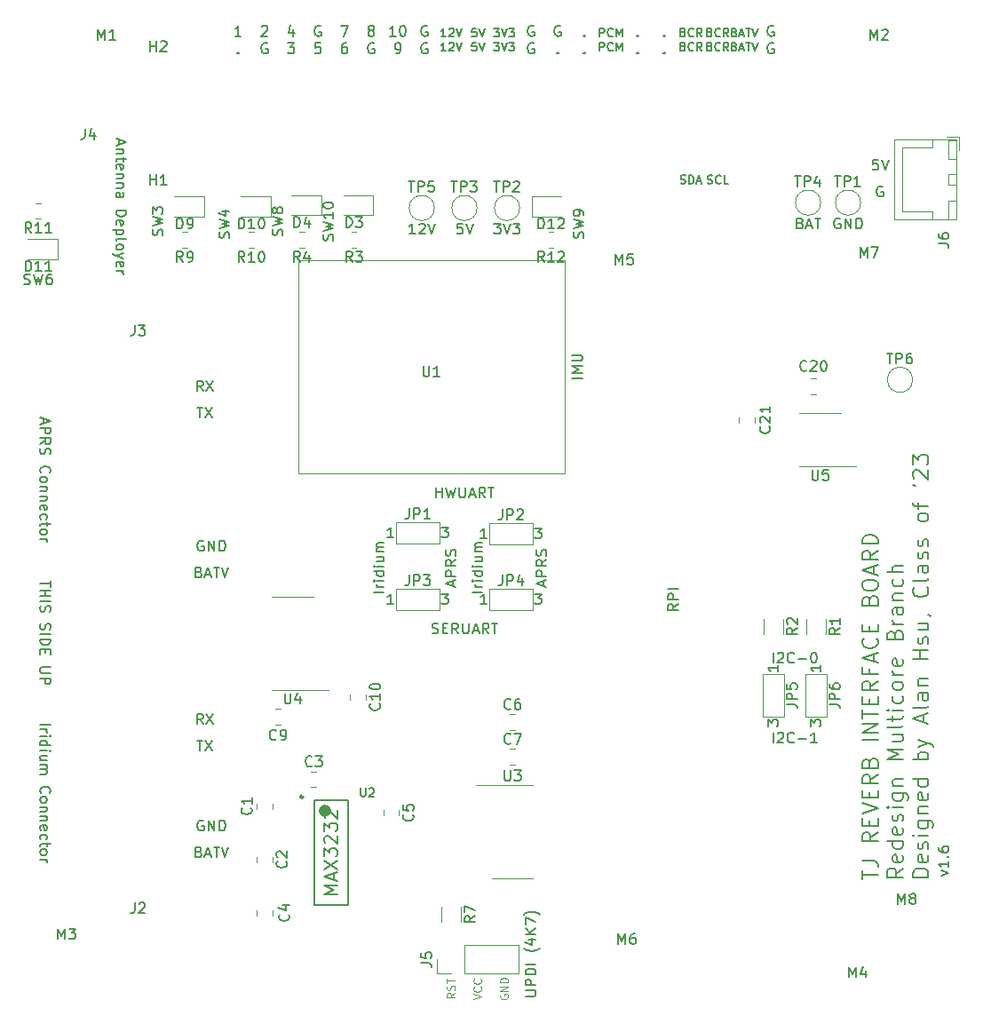
<source format=gbr>
%TF.GenerationSoftware,KiCad,Pcbnew,(5.1.9)-1*%
%TF.CreationDate,2021-11-26T18:07:58-05:00*%
%TF.ProjectId,REVERB Interface,52455645-5242-4204-996e-746572666163,rev?*%
%TF.SameCoordinates,Original*%
%TF.FileFunction,Legend,Top*%
%TF.FilePolarity,Positive*%
%FSLAX46Y46*%
G04 Gerber Fmt 4.6, Leading zero omitted, Abs format (unit mm)*
G04 Created by KiCad (PCBNEW (5.1.9)-1) date 2021-11-26 18:07:58*
%MOMM*%
%LPD*%
G01*
G04 APERTURE LIST*
%ADD10C,0.150000*%
%ADD11C,0.100000*%
%ADD12C,0.120000*%
%ADD13C,0.249999*%
%ADD14C,0.599999*%
G04 APERTURE END LIST*
D10*
X179284571Y-113990380D02*
X179284571Y-112990380D01*
X179713142Y-113085619D02*
X179760761Y-113038000D01*
X179856000Y-112990380D01*
X180094095Y-112990380D01*
X180189333Y-113038000D01*
X180236952Y-113085619D01*
X180284571Y-113180857D01*
X180284571Y-113276095D01*
X180236952Y-113418952D01*
X179665523Y-113990380D01*
X180284571Y-113990380D01*
X181284571Y-113895142D02*
X181236952Y-113942761D01*
X181094095Y-113990380D01*
X180998857Y-113990380D01*
X180856000Y-113942761D01*
X180760761Y-113847523D01*
X180713142Y-113752285D01*
X180665523Y-113561809D01*
X180665523Y-113418952D01*
X180713142Y-113228476D01*
X180760761Y-113133238D01*
X180856000Y-113038000D01*
X180998857Y-112990380D01*
X181094095Y-112990380D01*
X181236952Y-113038000D01*
X181284571Y-113085619D01*
X181713142Y-113609428D02*
X182475047Y-113609428D01*
X183141714Y-112990380D02*
X183236952Y-112990380D01*
X183332190Y-113038000D01*
X183379809Y-113085619D01*
X183427428Y-113180857D01*
X183475047Y-113371333D01*
X183475047Y-113609428D01*
X183427428Y-113799904D01*
X183379809Y-113895142D01*
X183332190Y-113942761D01*
X183236952Y-113990380D01*
X183141714Y-113990380D01*
X183046476Y-113942761D01*
X182998857Y-113895142D01*
X182951238Y-113799904D01*
X182903619Y-113609428D01*
X182903619Y-113371333D01*
X182951238Y-113180857D01*
X182998857Y-113085619D01*
X183046476Y-113038000D01*
X183141714Y-112990380D01*
X179284571Y-121610380D02*
X179284571Y-120610380D01*
X179713142Y-120705619D02*
X179760761Y-120658000D01*
X179856000Y-120610380D01*
X180094095Y-120610380D01*
X180189333Y-120658000D01*
X180236952Y-120705619D01*
X180284571Y-120800857D01*
X180284571Y-120896095D01*
X180236952Y-121038952D01*
X179665523Y-121610380D01*
X180284571Y-121610380D01*
X181284571Y-121515142D02*
X181236952Y-121562761D01*
X181094095Y-121610380D01*
X180998857Y-121610380D01*
X180856000Y-121562761D01*
X180760761Y-121467523D01*
X180713142Y-121372285D01*
X180665523Y-121181809D01*
X180665523Y-121038952D01*
X180713142Y-120848476D01*
X180760761Y-120753238D01*
X180856000Y-120658000D01*
X180998857Y-120610380D01*
X181094095Y-120610380D01*
X181236952Y-120658000D01*
X181284571Y-120705619D01*
X181713142Y-121229428D02*
X182475047Y-121229428D01*
X183475047Y-121610380D02*
X182903619Y-121610380D01*
X183189333Y-121610380D02*
X183189333Y-120610380D01*
X183094095Y-120753238D01*
X182998857Y-120848476D01*
X182903619Y-120896095D01*
X157392666Y-106616285D02*
X157392666Y-106140095D01*
X157678380Y-106711523D02*
X156678380Y-106378190D01*
X157678380Y-106044857D01*
X157678380Y-105711523D02*
X156678380Y-105711523D01*
X156678380Y-105330571D01*
X156726000Y-105235333D01*
X156773619Y-105187714D01*
X156868857Y-105140095D01*
X157011714Y-105140095D01*
X157106952Y-105187714D01*
X157154571Y-105235333D01*
X157202190Y-105330571D01*
X157202190Y-105711523D01*
X157678380Y-104140095D02*
X157202190Y-104473428D01*
X157678380Y-104711523D02*
X156678380Y-104711523D01*
X156678380Y-104330571D01*
X156726000Y-104235333D01*
X156773619Y-104187714D01*
X156868857Y-104140095D01*
X157011714Y-104140095D01*
X157106952Y-104187714D01*
X157154571Y-104235333D01*
X157202190Y-104330571D01*
X157202190Y-104711523D01*
X157630761Y-103759142D02*
X157678380Y-103616285D01*
X157678380Y-103378190D01*
X157630761Y-103282952D01*
X157583142Y-103235333D01*
X157487904Y-103187714D01*
X157392666Y-103187714D01*
X157297428Y-103235333D01*
X157249809Y-103282952D01*
X157202190Y-103378190D01*
X157154571Y-103568666D01*
X157106952Y-103663904D01*
X157059333Y-103711523D01*
X156964095Y-103759142D01*
X156868857Y-103759142D01*
X156773619Y-103711523D01*
X156726000Y-103663904D01*
X156678380Y-103568666D01*
X156678380Y-103330571D01*
X156726000Y-103187714D01*
X151582380Y-107259142D02*
X150582380Y-107259142D01*
X151582380Y-106782952D02*
X150915714Y-106782952D01*
X151106190Y-106782952D02*
X151010952Y-106735333D01*
X150963333Y-106687714D01*
X150915714Y-106592476D01*
X150915714Y-106497238D01*
X151582380Y-106163904D02*
X150915714Y-106163904D01*
X150582380Y-106163904D02*
X150630000Y-106211523D01*
X150677619Y-106163904D01*
X150630000Y-106116285D01*
X150582380Y-106163904D01*
X150677619Y-106163904D01*
X151582380Y-105259142D02*
X150582380Y-105259142D01*
X151534761Y-105259142D02*
X151582380Y-105354380D01*
X151582380Y-105544857D01*
X151534761Y-105640095D01*
X151487142Y-105687714D01*
X151391904Y-105735333D01*
X151106190Y-105735333D01*
X151010952Y-105687714D01*
X150963333Y-105640095D01*
X150915714Y-105544857D01*
X150915714Y-105354380D01*
X150963333Y-105259142D01*
X151582380Y-104782952D02*
X150915714Y-104782952D01*
X150582380Y-104782952D02*
X150630000Y-104830571D01*
X150677619Y-104782952D01*
X150630000Y-104735333D01*
X150582380Y-104782952D01*
X150677619Y-104782952D01*
X150915714Y-103878190D02*
X151582380Y-103878190D01*
X150915714Y-104306761D02*
X151439523Y-104306761D01*
X151534761Y-104259142D01*
X151582380Y-104163904D01*
X151582380Y-104021047D01*
X151534761Y-103925809D01*
X151487142Y-103878190D01*
X151582380Y-103402000D02*
X150915714Y-103402000D01*
X151010952Y-103402000D02*
X150963333Y-103354380D01*
X150915714Y-103259142D01*
X150915714Y-103116285D01*
X150963333Y-103021047D01*
X151058571Y-102973428D01*
X151582380Y-102973428D01*
X151058571Y-102973428D02*
X150963333Y-102925809D01*
X150915714Y-102830571D01*
X150915714Y-102687714D01*
X150963333Y-102592476D01*
X151058571Y-102544857D01*
X151582380Y-102544857D01*
X148756666Y-106616285D02*
X148756666Y-106140095D01*
X149042380Y-106711523D02*
X148042380Y-106378190D01*
X149042380Y-106044857D01*
X149042380Y-105711523D02*
X148042380Y-105711523D01*
X148042380Y-105330571D01*
X148090000Y-105235333D01*
X148137619Y-105187714D01*
X148232857Y-105140095D01*
X148375714Y-105140095D01*
X148470952Y-105187714D01*
X148518571Y-105235333D01*
X148566190Y-105330571D01*
X148566190Y-105711523D01*
X149042380Y-104140095D02*
X148566190Y-104473428D01*
X149042380Y-104711523D02*
X148042380Y-104711523D01*
X148042380Y-104330571D01*
X148090000Y-104235333D01*
X148137619Y-104187714D01*
X148232857Y-104140095D01*
X148375714Y-104140095D01*
X148470952Y-104187714D01*
X148518571Y-104235333D01*
X148566190Y-104330571D01*
X148566190Y-104711523D01*
X148994761Y-103759142D02*
X149042380Y-103616285D01*
X149042380Y-103378190D01*
X148994761Y-103282952D01*
X148947142Y-103235333D01*
X148851904Y-103187714D01*
X148756666Y-103187714D01*
X148661428Y-103235333D01*
X148613809Y-103282952D01*
X148566190Y-103378190D01*
X148518571Y-103568666D01*
X148470952Y-103663904D01*
X148423333Y-103711523D01*
X148328095Y-103759142D01*
X148232857Y-103759142D01*
X148137619Y-103711523D01*
X148090000Y-103663904D01*
X148042380Y-103568666D01*
X148042380Y-103330571D01*
X148090000Y-103187714D01*
X142184380Y-107259142D02*
X141184380Y-107259142D01*
X142184380Y-106782952D02*
X141517714Y-106782952D01*
X141708190Y-106782952D02*
X141612952Y-106735333D01*
X141565333Y-106687714D01*
X141517714Y-106592476D01*
X141517714Y-106497238D01*
X142184380Y-106163904D02*
X141517714Y-106163904D01*
X141184380Y-106163904D02*
X141232000Y-106211523D01*
X141279619Y-106163904D01*
X141232000Y-106116285D01*
X141184380Y-106163904D01*
X141279619Y-106163904D01*
X142184380Y-105259142D02*
X141184380Y-105259142D01*
X142136761Y-105259142D02*
X142184380Y-105354380D01*
X142184380Y-105544857D01*
X142136761Y-105640095D01*
X142089142Y-105687714D01*
X141993904Y-105735333D01*
X141708190Y-105735333D01*
X141612952Y-105687714D01*
X141565333Y-105640095D01*
X141517714Y-105544857D01*
X141517714Y-105354380D01*
X141565333Y-105259142D01*
X142184380Y-104782952D02*
X141517714Y-104782952D01*
X141184380Y-104782952D02*
X141232000Y-104830571D01*
X141279619Y-104782952D01*
X141232000Y-104735333D01*
X141184380Y-104782952D01*
X141279619Y-104782952D01*
X141517714Y-103878190D02*
X142184380Y-103878190D01*
X141517714Y-104306761D02*
X142041523Y-104306761D01*
X142136761Y-104259142D01*
X142184380Y-104163904D01*
X142184380Y-104021047D01*
X142136761Y-103925809D01*
X142089142Y-103878190D01*
X142184380Y-103402000D02*
X141517714Y-103402000D01*
X141612952Y-103402000D02*
X141565333Y-103354380D01*
X141517714Y-103259142D01*
X141517714Y-103116285D01*
X141565333Y-103021047D01*
X141660571Y-102973428D01*
X142184380Y-102973428D01*
X141660571Y-102973428D02*
X141565333Y-102925809D01*
X141517714Y-102830571D01*
X141517714Y-102687714D01*
X141565333Y-102592476D01*
X141660571Y-102544857D01*
X142184380Y-102544857D01*
X146788571Y-111148761D02*
X146931428Y-111196380D01*
X147169523Y-111196380D01*
X147264761Y-111148761D01*
X147312380Y-111101142D01*
X147360000Y-111005904D01*
X147360000Y-110910666D01*
X147312380Y-110815428D01*
X147264761Y-110767809D01*
X147169523Y-110720190D01*
X146979047Y-110672571D01*
X146883809Y-110624952D01*
X146836190Y-110577333D01*
X146788571Y-110482095D01*
X146788571Y-110386857D01*
X146836190Y-110291619D01*
X146883809Y-110244000D01*
X146979047Y-110196380D01*
X147217142Y-110196380D01*
X147360000Y-110244000D01*
X147788571Y-110672571D02*
X148121904Y-110672571D01*
X148264761Y-111196380D02*
X147788571Y-111196380D01*
X147788571Y-110196380D01*
X148264761Y-110196380D01*
X149264761Y-111196380D02*
X148931428Y-110720190D01*
X148693333Y-111196380D02*
X148693333Y-110196380D01*
X149074285Y-110196380D01*
X149169523Y-110244000D01*
X149217142Y-110291619D01*
X149264761Y-110386857D01*
X149264761Y-110529714D01*
X149217142Y-110624952D01*
X149169523Y-110672571D01*
X149074285Y-110720190D01*
X148693333Y-110720190D01*
X149693333Y-110196380D02*
X149693333Y-111005904D01*
X149740952Y-111101142D01*
X149788571Y-111148761D01*
X149883809Y-111196380D01*
X150074285Y-111196380D01*
X150169523Y-111148761D01*
X150217142Y-111101142D01*
X150264761Y-111005904D01*
X150264761Y-110196380D01*
X150693333Y-110910666D02*
X151169523Y-110910666D01*
X150598095Y-111196380D02*
X150931428Y-110196380D01*
X151264761Y-111196380D01*
X152169523Y-111196380D02*
X151836190Y-110720190D01*
X151598095Y-111196380D02*
X151598095Y-110196380D01*
X151979047Y-110196380D01*
X152074285Y-110244000D01*
X152121904Y-110291619D01*
X152169523Y-110386857D01*
X152169523Y-110529714D01*
X152121904Y-110624952D01*
X152074285Y-110672571D01*
X151979047Y-110720190D01*
X151598095Y-110720190D01*
X152455238Y-110196380D02*
X153026666Y-110196380D01*
X152740952Y-111196380D02*
X152740952Y-110196380D01*
X147169523Y-98242380D02*
X147169523Y-97242380D01*
X147169523Y-97718571D02*
X147740952Y-97718571D01*
X147740952Y-98242380D02*
X147740952Y-97242380D01*
X148121904Y-97242380D02*
X148360000Y-98242380D01*
X148550476Y-97528095D01*
X148740952Y-98242380D01*
X148979047Y-97242380D01*
X149360000Y-97242380D02*
X149360000Y-98051904D01*
X149407619Y-98147142D01*
X149455238Y-98194761D01*
X149550476Y-98242380D01*
X149740952Y-98242380D01*
X149836190Y-98194761D01*
X149883809Y-98147142D01*
X149931428Y-98051904D01*
X149931428Y-97242380D01*
X150360000Y-97956666D02*
X150836190Y-97956666D01*
X150264761Y-98242380D02*
X150598095Y-97242380D01*
X150931428Y-98242380D01*
X151836190Y-98242380D02*
X151502857Y-97766190D01*
X151264761Y-98242380D02*
X151264761Y-97242380D01*
X151645714Y-97242380D01*
X151740952Y-97290000D01*
X151788571Y-97337619D01*
X151836190Y-97432857D01*
X151836190Y-97575714D01*
X151788571Y-97670952D01*
X151740952Y-97718571D01*
X151645714Y-97766190D01*
X151264761Y-97766190D01*
X152121904Y-97242380D02*
X152693333Y-97242380D01*
X152407619Y-98242380D02*
X152407619Y-97242380D01*
X189745904Y-68588000D02*
X189650666Y-68540380D01*
X189507809Y-68540380D01*
X189364952Y-68588000D01*
X189269714Y-68683238D01*
X189222095Y-68778476D01*
X189174476Y-68968952D01*
X189174476Y-69111809D01*
X189222095Y-69302285D01*
X189269714Y-69397523D01*
X189364952Y-69492761D01*
X189507809Y-69540380D01*
X189603047Y-69540380D01*
X189745904Y-69492761D01*
X189793523Y-69445142D01*
X189793523Y-69111809D01*
X189603047Y-69111809D01*
X189293523Y-66000380D02*
X188817333Y-66000380D01*
X188769714Y-66476571D01*
X188817333Y-66428952D01*
X188912571Y-66381333D01*
X189150666Y-66381333D01*
X189245904Y-66428952D01*
X189293523Y-66476571D01*
X189341142Y-66571809D01*
X189341142Y-66809904D01*
X189293523Y-66905142D01*
X189245904Y-66952761D01*
X189150666Y-67000380D01*
X188912571Y-67000380D01*
X188817333Y-66952761D01*
X188769714Y-66905142D01*
X189626857Y-66000380D02*
X189960190Y-67000380D01*
X190293523Y-66000380D01*
X155662380Y-145755809D02*
X156471904Y-145755809D01*
X156567142Y-145708190D01*
X156614761Y-145660571D01*
X156662380Y-145565333D01*
X156662380Y-145374857D01*
X156614761Y-145279619D01*
X156567142Y-145232000D01*
X156471904Y-145184380D01*
X155662380Y-145184380D01*
X156662380Y-144708190D02*
X155662380Y-144708190D01*
X155662380Y-144327238D01*
X155710000Y-144232000D01*
X155757619Y-144184380D01*
X155852857Y-144136761D01*
X155995714Y-144136761D01*
X156090952Y-144184380D01*
X156138571Y-144232000D01*
X156186190Y-144327238D01*
X156186190Y-144708190D01*
X156662380Y-143708190D02*
X155662380Y-143708190D01*
X155662380Y-143470095D01*
X155710000Y-143327238D01*
X155805238Y-143232000D01*
X155900476Y-143184380D01*
X156090952Y-143136761D01*
X156233809Y-143136761D01*
X156424285Y-143184380D01*
X156519523Y-143232000D01*
X156614761Y-143327238D01*
X156662380Y-143470095D01*
X156662380Y-143708190D01*
X156662380Y-142708190D02*
X155662380Y-142708190D01*
X157043333Y-141184380D02*
X156995714Y-141232000D01*
X156852857Y-141327238D01*
X156757619Y-141374857D01*
X156614761Y-141422476D01*
X156376666Y-141470095D01*
X156186190Y-141470095D01*
X155948095Y-141422476D01*
X155805238Y-141374857D01*
X155710000Y-141327238D01*
X155567142Y-141232000D01*
X155519523Y-141184380D01*
X155995714Y-140374857D02*
X156662380Y-140374857D01*
X155614761Y-140612952D02*
X156329047Y-140851047D01*
X156329047Y-140232000D01*
X156662380Y-139851047D02*
X155662380Y-139851047D01*
X156662380Y-139279619D02*
X156090952Y-139708190D01*
X155662380Y-139279619D02*
X156233809Y-139851047D01*
X155662380Y-138946285D02*
X155662380Y-138279619D01*
X156662380Y-138708190D01*
X157043333Y-137993904D02*
X156995714Y-137946285D01*
X156852857Y-137851047D01*
X156757619Y-137803428D01*
X156614761Y-137755809D01*
X156376666Y-137708190D01*
X156186190Y-137708190D01*
X155948095Y-137755809D01*
X155805238Y-137803428D01*
X155710000Y-137851047D01*
X155567142Y-137946285D01*
X155519523Y-137993904D01*
D11*
X153295000Y-145605428D02*
X153259285Y-145676857D01*
X153259285Y-145784000D01*
X153295000Y-145891142D01*
X153366428Y-145962571D01*
X153437857Y-145998285D01*
X153580714Y-146034000D01*
X153687857Y-146034000D01*
X153830714Y-145998285D01*
X153902142Y-145962571D01*
X153973571Y-145891142D01*
X154009285Y-145784000D01*
X154009285Y-145712571D01*
X153973571Y-145605428D01*
X153937857Y-145569714D01*
X153687857Y-145569714D01*
X153687857Y-145712571D01*
X154009285Y-145248285D02*
X153259285Y-145248285D01*
X154009285Y-144819714D01*
X153259285Y-144819714D01*
X154009285Y-144462571D02*
X153259285Y-144462571D01*
X153259285Y-144284000D01*
X153295000Y-144176857D01*
X153366428Y-144105428D01*
X153437857Y-144069714D01*
X153580714Y-144034000D01*
X153687857Y-144034000D01*
X153830714Y-144069714D01*
X153902142Y-144105428D01*
X153973571Y-144176857D01*
X154009285Y-144284000D01*
X154009285Y-144462571D01*
X150719285Y-146034000D02*
X151469285Y-145784000D01*
X150719285Y-145534000D01*
X151397857Y-144855428D02*
X151433571Y-144891142D01*
X151469285Y-144998285D01*
X151469285Y-145069714D01*
X151433571Y-145176857D01*
X151362142Y-145248285D01*
X151290714Y-145284000D01*
X151147857Y-145319714D01*
X151040714Y-145319714D01*
X150897857Y-145284000D01*
X150826428Y-145248285D01*
X150755000Y-145176857D01*
X150719285Y-145069714D01*
X150719285Y-144998285D01*
X150755000Y-144891142D01*
X150790714Y-144855428D01*
X151397857Y-144105428D02*
X151433571Y-144141142D01*
X151469285Y-144248285D01*
X151469285Y-144319714D01*
X151433571Y-144426857D01*
X151362142Y-144498285D01*
X151290714Y-144534000D01*
X151147857Y-144569714D01*
X151040714Y-144569714D01*
X150897857Y-144534000D01*
X150826428Y-144498285D01*
X150755000Y-144426857D01*
X150719285Y-144319714D01*
X150719285Y-144248285D01*
X150755000Y-144141142D01*
X150790714Y-144105428D01*
X148929285Y-145444714D02*
X148572142Y-145694714D01*
X148929285Y-145873285D02*
X148179285Y-145873285D01*
X148179285Y-145587571D01*
X148215000Y-145516142D01*
X148250714Y-145480428D01*
X148322142Y-145444714D01*
X148429285Y-145444714D01*
X148500714Y-145480428D01*
X148536428Y-145516142D01*
X148572142Y-145587571D01*
X148572142Y-145873285D01*
X148893571Y-145159000D02*
X148929285Y-145051857D01*
X148929285Y-144873285D01*
X148893571Y-144801857D01*
X148857857Y-144766142D01*
X148786428Y-144730428D01*
X148715000Y-144730428D01*
X148643571Y-144766142D01*
X148607857Y-144801857D01*
X148572142Y-144873285D01*
X148536428Y-145016142D01*
X148500714Y-145087571D01*
X148465000Y-145123285D01*
X148393571Y-145159000D01*
X148322142Y-145159000D01*
X148250714Y-145123285D01*
X148215000Y-145087571D01*
X148179285Y-145016142D01*
X148179285Y-144837571D01*
X148215000Y-144730428D01*
X148179285Y-144516142D02*
X148179285Y-144087571D01*
X148929285Y-144301857D02*
X148179285Y-144301857D01*
D10*
X107886666Y-77874761D02*
X108029523Y-77922380D01*
X108267619Y-77922380D01*
X108362857Y-77874761D01*
X108410476Y-77827142D01*
X108458095Y-77731904D01*
X108458095Y-77636666D01*
X108410476Y-77541428D01*
X108362857Y-77493809D01*
X108267619Y-77446190D01*
X108077142Y-77398571D01*
X107981904Y-77350952D01*
X107934285Y-77303333D01*
X107886666Y-77208095D01*
X107886666Y-77112857D01*
X107934285Y-77017619D01*
X107981904Y-76970000D01*
X108077142Y-76922380D01*
X108315238Y-76922380D01*
X108458095Y-76970000D01*
X108791428Y-76922380D02*
X109029523Y-77922380D01*
X109220000Y-77208095D01*
X109410476Y-77922380D01*
X109648571Y-76922380D01*
X110458095Y-76922380D02*
X110267619Y-76922380D01*
X110172380Y-76970000D01*
X110124761Y-77017619D01*
X110029523Y-77160476D01*
X109981904Y-77350952D01*
X109981904Y-77731904D01*
X110029523Y-77827142D01*
X110077142Y-77874761D01*
X110172380Y-77922380D01*
X110362857Y-77922380D01*
X110458095Y-77874761D01*
X110505714Y-77827142D01*
X110553333Y-77731904D01*
X110553333Y-77493809D01*
X110505714Y-77398571D01*
X110458095Y-77350952D01*
X110362857Y-77303333D01*
X110172380Y-77303333D01*
X110077142Y-77350952D01*
X110029523Y-77398571D01*
X109981904Y-77493809D01*
X161186761Y-73469333D02*
X161234380Y-73326476D01*
X161234380Y-73088380D01*
X161186761Y-72993142D01*
X161139142Y-72945523D01*
X161043904Y-72897904D01*
X160948666Y-72897904D01*
X160853428Y-72945523D01*
X160805809Y-72993142D01*
X160758190Y-73088380D01*
X160710571Y-73278857D01*
X160662952Y-73374095D01*
X160615333Y-73421714D01*
X160520095Y-73469333D01*
X160424857Y-73469333D01*
X160329619Y-73421714D01*
X160282000Y-73374095D01*
X160234380Y-73278857D01*
X160234380Y-73040761D01*
X160282000Y-72897904D01*
X160234380Y-72564571D02*
X161234380Y-72326476D01*
X160520095Y-72136000D01*
X161234380Y-71945523D01*
X160234380Y-71707428D01*
X161234380Y-71278857D02*
X161234380Y-71088380D01*
X161186761Y-70993142D01*
X161139142Y-70945523D01*
X160996285Y-70850285D01*
X160805809Y-70802666D01*
X160424857Y-70802666D01*
X160329619Y-70850285D01*
X160282000Y-70897904D01*
X160234380Y-70993142D01*
X160234380Y-71183619D01*
X160282000Y-71278857D01*
X160329619Y-71326476D01*
X160424857Y-71374095D01*
X160662952Y-71374095D01*
X160758190Y-71326476D01*
X160805809Y-71278857D01*
X160853428Y-71183619D01*
X160853428Y-70993142D01*
X160805809Y-70897904D01*
X160758190Y-70850285D01*
X160662952Y-70802666D01*
X137310761Y-73691523D02*
X137358380Y-73548666D01*
X137358380Y-73310571D01*
X137310761Y-73215333D01*
X137263142Y-73167714D01*
X137167904Y-73120095D01*
X137072666Y-73120095D01*
X136977428Y-73167714D01*
X136929809Y-73215333D01*
X136882190Y-73310571D01*
X136834571Y-73501047D01*
X136786952Y-73596285D01*
X136739333Y-73643904D01*
X136644095Y-73691523D01*
X136548857Y-73691523D01*
X136453619Y-73643904D01*
X136406000Y-73596285D01*
X136358380Y-73501047D01*
X136358380Y-73262952D01*
X136406000Y-73120095D01*
X136358380Y-72786761D02*
X137358380Y-72548666D01*
X136644095Y-72358190D01*
X137358380Y-72167714D01*
X136358380Y-71929619D01*
X137358380Y-71024857D02*
X137358380Y-71596285D01*
X137358380Y-71310571D02*
X136358380Y-71310571D01*
X136501238Y-71405809D01*
X136596476Y-71501047D01*
X136644095Y-71596285D01*
X136358380Y-70405809D02*
X136358380Y-70310571D01*
X136406000Y-70215333D01*
X136453619Y-70167714D01*
X136548857Y-70120095D01*
X136739333Y-70072476D01*
X136977428Y-70072476D01*
X137167904Y-70120095D01*
X137263142Y-70167714D01*
X137310761Y-70215333D01*
X137358380Y-70310571D01*
X137358380Y-70405809D01*
X137310761Y-70501047D01*
X137263142Y-70548666D01*
X137167904Y-70596285D01*
X136977428Y-70643904D01*
X136739333Y-70643904D01*
X136548857Y-70596285D01*
X136453619Y-70548666D01*
X136406000Y-70501047D01*
X136358380Y-70405809D01*
X132484761Y-73215333D02*
X132532380Y-73072476D01*
X132532380Y-72834380D01*
X132484761Y-72739142D01*
X132437142Y-72691523D01*
X132341904Y-72643904D01*
X132246666Y-72643904D01*
X132151428Y-72691523D01*
X132103809Y-72739142D01*
X132056190Y-72834380D01*
X132008571Y-73024857D01*
X131960952Y-73120095D01*
X131913333Y-73167714D01*
X131818095Y-73215333D01*
X131722857Y-73215333D01*
X131627619Y-73167714D01*
X131580000Y-73120095D01*
X131532380Y-73024857D01*
X131532380Y-72786761D01*
X131580000Y-72643904D01*
X131532380Y-72310571D02*
X132532380Y-72072476D01*
X131818095Y-71882000D01*
X132532380Y-71691523D01*
X131532380Y-71453428D01*
X131960952Y-70929619D02*
X131913333Y-71024857D01*
X131865714Y-71072476D01*
X131770476Y-71120095D01*
X131722857Y-71120095D01*
X131627619Y-71072476D01*
X131580000Y-71024857D01*
X131532380Y-70929619D01*
X131532380Y-70739142D01*
X131580000Y-70643904D01*
X131627619Y-70596285D01*
X131722857Y-70548666D01*
X131770476Y-70548666D01*
X131865714Y-70596285D01*
X131913333Y-70643904D01*
X131960952Y-70739142D01*
X131960952Y-70929619D01*
X132008571Y-71024857D01*
X132056190Y-71072476D01*
X132151428Y-71120095D01*
X132341904Y-71120095D01*
X132437142Y-71072476D01*
X132484761Y-71024857D01*
X132532380Y-70929619D01*
X132532380Y-70739142D01*
X132484761Y-70643904D01*
X132437142Y-70596285D01*
X132341904Y-70548666D01*
X132151428Y-70548666D01*
X132056190Y-70596285D01*
X132008571Y-70643904D01*
X131960952Y-70739142D01*
X127404761Y-73469333D02*
X127452380Y-73326476D01*
X127452380Y-73088380D01*
X127404761Y-72993142D01*
X127357142Y-72945523D01*
X127261904Y-72897904D01*
X127166666Y-72897904D01*
X127071428Y-72945523D01*
X127023809Y-72993142D01*
X126976190Y-73088380D01*
X126928571Y-73278857D01*
X126880952Y-73374095D01*
X126833333Y-73421714D01*
X126738095Y-73469333D01*
X126642857Y-73469333D01*
X126547619Y-73421714D01*
X126500000Y-73374095D01*
X126452380Y-73278857D01*
X126452380Y-73040761D01*
X126500000Y-72897904D01*
X126452380Y-72564571D02*
X127452380Y-72326476D01*
X126738095Y-72136000D01*
X127452380Y-71945523D01*
X126452380Y-71707428D01*
X126785714Y-70897904D02*
X127452380Y-70897904D01*
X126404761Y-71136000D02*
X127119047Y-71374095D01*
X127119047Y-70755047D01*
X121054761Y-73215333D02*
X121102380Y-73072476D01*
X121102380Y-72834380D01*
X121054761Y-72739142D01*
X121007142Y-72691523D01*
X120911904Y-72643904D01*
X120816666Y-72643904D01*
X120721428Y-72691523D01*
X120673809Y-72739142D01*
X120626190Y-72834380D01*
X120578571Y-73024857D01*
X120530952Y-73120095D01*
X120483333Y-73167714D01*
X120388095Y-73215333D01*
X120292857Y-73215333D01*
X120197619Y-73167714D01*
X120150000Y-73120095D01*
X120102380Y-73024857D01*
X120102380Y-72786761D01*
X120150000Y-72643904D01*
X120102380Y-72310571D02*
X121102380Y-72072476D01*
X120388095Y-71882000D01*
X121102380Y-71691523D01*
X120102380Y-71453428D01*
X120102380Y-71167714D02*
X120102380Y-70548666D01*
X120483333Y-70882000D01*
X120483333Y-70739142D01*
X120530952Y-70643904D01*
X120578571Y-70596285D01*
X120673809Y-70548666D01*
X120911904Y-70548666D01*
X121007142Y-70596285D01*
X121054761Y-70643904D01*
X121102380Y-70739142D01*
X121102380Y-71024857D01*
X121054761Y-71120095D01*
X121007142Y-71167714D01*
X124928333Y-88082380D02*
X124595000Y-87606190D01*
X124356904Y-88082380D02*
X124356904Y-87082380D01*
X124737857Y-87082380D01*
X124833095Y-87130000D01*
X124880714Y-87177619D01*
X124928333Y-87272857D01*
X124928333Y-87415714D01*
X124880714Y-87510952D01*
X124833095Y-87558571D01*
X124737857Y-87606190D01*
X124356904Y-87606190D01*
X125261666Y-87082380D02*
X125928333Y-88082380D01*
X125928333Y-87082380D02*
X125261666Y-88082380D01*
X195365714Y-134270571D02*
X196032380Y-134032476D01*
X195365714Y-133794380D01*
X196032380Y-132889619D02*
X196032380Y-133461047D01*
X196032380Y-133175333D02*
X195032380Y-133175333D01*
X195175238Y-133270571D01*
X195270476Y-133365809D01*
X195318095Y-133461047D01*
X195937142Y-132461047D02*
X195984761Y-132413428D01*
X196032380Y-132461047D01*
X195984761Y-132508666D01*
X195937142Y-132461047D01*
X196032380Y-132461047D01*
X195032380Y-131556285D02*
X195032380Y-131746761D01*
X195080000Y-131842000D01*
X195127619Y-131889619D01*
X195270476Y-131984857D01*
X195460952Y-132032476D01*
X195841904Y-132032476D01*
X195937142Y-131984857D01*
X195984761Y-131937238D01*
X196032380Y-131842000D01*
X196032380Y-131651523D01*
X195984761Y-131556285D01*
X195937142Y-131508666D01*
X195841904Y-131461047D01*
X195603809Y-131461047D01*
X195508571Y-131508666D01*
X195460952Y-131556285D01*
X195413333Y-131651523D01*
X195413333Y-131842000D01*
X195460952Y-131937238D01*
X195508571Y-131984857D01*
X195603809Y-132032476D01*
X185674095Y-71636000D02*
X185578857Y-71588380D01*
X185436000Y-71588380D01*
X185293142Y-71636000D01*
X185197904Y-71731238D01*
X185150285Y-71826476D01*
X185102666Y-72016952D01*
X185102666Y-72159809D01*
X185150285Y-72350285D01*
X185197904Y-72445523D01*
X185293142Y-72540761D01*
X185436000Y-72588380D01*
X185531238Y-72588380D01*
X185674095Y-72540761D01*
X185721714Y-72493142D01*
X185721714Y-72159809D01*
X185531238Y-72159809D01*
X186150285Y-72588380D02*
X186150285Y-71588380D01*
X186721714Y-72588380D01*
X186721714Y-71588380D01*
X187197904Y-72588380D02*
X187197904Y-71588380D01*
X187436000Y-71588380D01*
X187578857Y-71636000D01*
X187674095Y-71731238D01*
X187721714Y-71826476D01*
X187769333Y-72016952D01*
X187769333Y-72159809D01*
X187721714Y-72350285D01*
X187674095Y-72445523D01*
X187578857Y-72540761D01*
X187436000Y-72588380D01*
X187197904Y-72588380D01*
X181887904Y-72064571D02*
X182030761Y-72112190D01*
X182078380Y-72159809D01*
X182126000Y-72255047D01*
X182126000Y-72397904D01*
X182078380Y-72493142D01*
X182030761Y-72540761D01*
X181935523Y-72588380D01*
X181554571Y-72588380D01*
X181554571Y-71588380D01*
X181887904Y-71588380D01*
X181983142Y-71636000D01*
X182030761Y-71683619D01*
X182078380Y-71778857D01*
X182078380Y-71874095D01*
X182030761Y-71969333D01*
X181983142Y-72016952D01*
X181887904Y-72064571D01*
X181554571Y-72064571D01*
X182506952Y-72302666D02*
X182983142Y-72302666D01*
X182411714Y-72588380D02*
X182745047Y-71588380D01*
X183078380Y-72588380D01*
X183268857Y-71588380D02*
X183840285Y-71588380D01*
X183554571Y-72588380D02*
X183554571Y-71588380D01*
X152685904Y-72096380D02*
X153304952Y-72096380D01*
X152971619Y-72477333D01*
X153114476Y-72477333D01*
X153209714Y-72524952D01*
X153257333Y-72572571D01*
X153304952Y-72667809D01*
X153304952Y-72905904D01*
X153257333Y-73001142D01*
X153209714Y-73048761D01*
X153114476Y-73096380D01*
X152828761Y-73096380D01*
X152733523Y-73048761D01*
X152685904Y-73001142D01*
X153590666Y-72096380D02*
X153924000Y-73096380D01*
X154257333Y-72096380D01*
X154495428Y-72096380D02*
X155114476Y-72096380D01*
X154781142Y-72477333D01*
X154924000Y-72477333D01*
X155019238Y-72524952D01*
X155066857Y-72572571D01*
X155114476Y-72667809D01*
X155114476Y-72905904D01*
X155066857Y-73001142D01*
X155019238Y-73048761D01*
X154924000Y-73096380D01*
X154638285Y-73096380D01*
X154543047Y-73048761D01*
X154495428Y-73001142D01*
X149669523Y-72096380D02*
X149193333Y-72096380D01*
X149145714Y-72572571D01*
X149193333Y-72524952D01*
X149288571Y-72477333D01*
X149526666Y-72477333D01*
X149621904Y-72524952D01*
X149669523Y-72572571D01*
X149717142Y-72667809D01*
X149717142Y-72905904D01*
X149669523Y-73001142D01*
X149621904Y-73048761D01*
X149526666Y-73096380D01*
X149288571Y-73096380D01*
X149193333Y-73048761D01*
X149145714Y-73001142D01*
X150002857Y-72096380D02*
X150336190Y-73096380D01*
X150669523Y-72096380D01*
X145176952Y-73096380D02*
X144605523Y-73096380D01*
X144891238Y-73096380D02*
X144891238Y-72096380D01*
X144796000Y-72239238D01*
X144700761Y-72334476D01*
X144605523Y-72382095D01*
X145557904Y-72191619D02*
X145605523Y-72144000D01*
X145700761Y-72096380D01*
X145938857Y-72096380D01*
X146034095Y-72144000D01*
X146081714Y-72191619D01*
X146129333Y-72286857D01*
X146129333Y-72382095D01*
X146081714Y-72524952D01*
X145510285Y-73096380D01*
X146129333Y-73096380D01*
X146415047Y-72096380D02*
X146748380Y-73096380D01*
X147081714Y-72096380D01*
X170251380Y-108378571D02*
X169775190Y-108711904D01*
X170251380Y-108950000D02*
X169251380Y-108950000D01*
X169251380Y-108569047D01*
X169299000Y-108473809D01*
X169346619Y-108426190D01*
X169441857Y-108378571D01*
X169584714Y-108378571D01*
X169679952Y-108426190D01*
X169727571Y-108473809D01*
X169775190Y-108569047D01*
X169775190Y-108950000D01*
X170251380Y-107950000D02*
X169251380Y-107950000D01*
X169251380Y-107569047D01*
X169299000Y-107473809D01*
X169346619Y-107426190D01*
X169441857Y-107378571D01*
X169584714Y-107378571D01*
X169679952Y-107426190D01*
X169727571Y-107473809D01*
X169775190Y-107569047D01*
X169775190Y-107950000D01*
X170251380Y-106950000D02*
X169251380Y-106950000D01*
X116927333Y-64127857D02*
X116927333Y-64604047D01*
X116641619Y-64032619D02*
X117641619Y-64365952D01*
X116641619Y-64699285D01*
X117308285Y-65032619D02*
X116641619Y-65032619D01*
X117213047Y-65032619D02*
X117260666Y-65080238D01*
X117308285Y-65175476D01*
X117308285Y-65318333D01*
X117260666Y-65413571D01*
X117165428Y-65461190D01*
X116641619Y-65461190D01*
X117308285Y-65794523D02*
X117308285Y-66175476D01*
X117641619Y-65937380D02*
X116784476Y-65937380D01*
X116689238Y-65985000D01*
X116641619Y-66080238D01*
X116641619Y-66175476D01*
X116689238Y-66889761D02*
X116641619Y-66794523D01*
X116641619Y-66604047D01*
X116689238Y-66508809D01*
X116784476Y-66461190D01*
X117165428Y-66461190D01*
X117260666Y-66508809D01*
X117308285Y-66604047D01*
X117308285Y-66794523D01*
X117260666Y-66889761D01*
X117165428Y-66937380D01*
X117070190Y-66937380D01*
X116974952Y-66461190D01*
X117308285Y-67365952D02*
X116641619Y-67365952D01*
X117213047Y-67365952D02*
X117260666Y-67413571D01*
X117308285Y-67508809D01*
X117308285Y-67651666D01*
X117260666Y-67746904D01*
X117165428Y-67794523D01*
X116641619Y-67794523D01*
X117308285Y-68270714D02*
X116641619Y-68270714D01*
X117213047Y-68270714D02*
X117260666Y-68318333D01*
X117308285Y-68413571D01*
X117308285Y-68556428D01*
X117260666Y-68651666D01*
X117165428Y-68699285D01*
X116641619Y-68699285D01*
X116641619Y-69604047D02*
X117165428Y-69604047D01*
X117260666Y-69556428D01*
X117308285Y-69461190D01*
X117308285Y-69270714D01*
X117260666Y-69175476D01*
X116689238Y-69604047D02*
X116641619Y-69508809D01*
X116641619Y-69270714D01*
X116689238Y-69175476D01*
X116784476Y-69127857D01*
X116879714Y-69127857D01*
X116974952Y-69175476D01*
X117022571Y-69270714D01*
X117022571Y-69508809D01*
X117070190Y-69604047D01*
X116641619Y-70842142D02*
X117641619Y-70842142D01*
X117641619Y-71080238D01*
X117594000Y-71223095D01*
X117498761Y-71318333D01*
X117403523Y-71365952D01*
X117213047Y-71413571D01*
X117070190Y-71413571D01*
X116879714Y-71365952D01*
X116784476Y-71318333D01*
X116689238Y-71223095D01*
X116641619Y-71080238D01*
X116641619Y-70842142D01*
X116689238Y-72223095D02*
X116641619Y-72127857D01*
X116641619Y-71937380D01*
X116689238Y-71842142D01*
X116784476Y-71794523D01*
X117165428Y-71794523D01*
X117260666Y-71842142D01*
X117308285Y-71937380D01*
X117308285Y-72127857D01*
X117260666Y-72223095D01*
X117165428Y-72270714D01*
X117070190Y-72270714D01*
X116974952Y-71794523D01*
X117308285Y-72699285D02*
X116308285Y-72699285D01*
X117260666Y-72699285D02*
X117308285Y-72794523D01*
X117308285Y-72985000D01*
X117260666Y-73080238D01*
X117213047Y-73127857D01*
X117117809Y-73175476D01*
X116832095Y-73175476D01*
X116736857Y-73127857D01*
X116689238Y-73080238D01*
X116641619Y-72985000D01*
X116641619Y-72794523D01*
X116689238Y-72699285D01*
X116641619Y-73746904D02*
X116689238Y-73651666D01*
X116784476Y-73604047D01*
X117641619Y-73604047D01*
X116641619Y-74270714D02*
X116689238Y-74175476D01*
X116736857Y-74127857D01*
X116832095Y-74080238D01*
X117117809Y-74080238D01*
X117213047Y-74127857D01*
X117260666Y-74175476D01*
X117308285Y-74270714D01*
X117308285Y-74413571D01*
X117260666Y-74508809D01*
X117213047Y-74556428D01*
X117117809Y-74604047D01*
X116832095Y-74604047D01*
X116736857Y-74556428D01*
X116689238Y-74508809D01*
X116641619Y-74413571D01*
X116641619Y-74270714D01*
X117308285Y-74937380D02*
X116641619Y-75175476D01*
X117308285Y-75413571D02*
X116641619Y-75175476D01*
X116403523Y-75080238D01*
X116355904Y-75032619D01*
X116308285Y-74937380D01*
X116689238Y-76175476D02*
X116641619Y-76080238D01*
X116641619Y-75889761D01*
X116689238Y-75794523D01*
X116784476Y-75746904D01*
X117165428Y-75746904D01*
X117260666Y-75794523D01*
X117308285Y-75889761D01*
X117308285Y-76080238D01*
X117260666Y-76175476D01*
X117165428Y-76223095D01*
X117070190Y-76223095D01*
X116974952Y-75746904D01*
X116641619Y-76651666D02*
X117308285Y-76651666D01*
X117117809Y-76651666D02*
X117213047Y-76699285D01*
X117260666Y-76746904D01*
X117308285Y-76842142D01*
X117308285Y-76937380D01*
X109688333Y-90662857D02*
X109688333Y-91139047D01*
X109402619Y-90567619D02*
X110402619Y-90900952D01*
X109402619Y-91234285D01*
X109402619Y-91567619D02*
X110402619Y-91567619D01*
X110402619Y-91948571D01*
X110355000Y-92043809D01*
X110307380Y-92091428D01*
X110212142Y-92139047D01*
X110069285Y-92139047D01*
X109974047Y-92091428D01*
X109926428Y-92043809D01*
X109878809Y-91948571D01*
X109878809Y-91567619D01*
X109402619Y-93139047D02*
X109878809Y-92805714D01*
X109402619Y-92567619D02*
X110402619Y-92567619D01*
X110402619Y-92948571D01*
X110355000Y-93043809D01*
X110307380Y-93091428D01*
X110212142Y-93139047D01*
X110069285Y-93139047D01*
X109974047Y-93091428D01*
X109926428Y-93043809D01*
X109878809Y-92948571D01*
X109878809Y-92567619D01*
X109450238Y-93520000D02*
X109402619Y-93662857D01*
X109402619Y-93900952D01*
X109450238Y-93996190D01*
X109497857Y-94043809D01*
X109593095Y-94091428D01*
X109688333Y-94091428D01*
X109783571Y-94043809D01*
X109831190Y-93996190D01*
X109878809Y-93900952D01*
X109926428Y-93710476D01*
X109974047Y-93615238D01*
X110021666Y-93567619D01*
X110116904Y-93520000D01*
X110212142Y-93520000D01*
X110307380Y-93567619D01*
X110355000Y-93615238D01*
X110402619Y-93710476D01*
X110402619Y-93948571D01*
X110355000Y-94091428D01*
X109497857Y-95853333D02*
X109450238Y-95805714D01*
X109402619Y-95662857D01*
X109402619Y-95567619D01*
X109450238Y-95424761D01*
X109545476Y-95329523D01*
X109640714Y-95281904D01*
X109831190Y-95234285D01*
X109974047Y-95234285D01*
X110164523Y-95281904D01*
X110259761Y-95329523D01*
X110355000Y-95424761D01*
X110402619Y-95567619D01*
X110402619Y-95662857D01*
X110355000Y-95805714D01*
X110307380Y-95853333D01*
X109402619Y-96424761D02*
X109450238Y-96329523D01*
X109497857Y-96281904D01*
X109593095Y-96234285D01*
X109878809Y-96234285D01*
X109974047Y-96281904D01*
X110021666Y-96329523D01*
X110069285Y-96424761D01*
X110069285Y-96567619D01*
X110021666Y-96662857D01*
X109974047Y-96710476D01*
X109878809Y-96758095D01*
X109593095Y-96758095D01*
X109497857Y-96710476D01*
X109450238Y-96662857D01*
X109402619Y-96567619D01*
X109402619Y-96424761D01*
X110069285Y-97186666D02*
X109402619Y-97186666D01*
X109974047Y-97186666D02*
X110021666Y-97234285D01*
X110069285Y-97329523D01*
X110069285Y-97472380D01*
X110021666Y-97567619D01*
X109926428Y-97615238D01*
X109402619Y-97615238D01*
X110069285Y-98091428D02*
X109402619Y-98091428D01*
X109974047Y-98091428D02*
X110021666Y-98139047D01*
X110069285Y-98234285D01*
X110069285Y-98377142D01*
X110021666Y-98472380D01*
X109926428Y-98520000D01*
X109402619Y-98520000D01*
X109450238Y-99377142D02*
X109402619Y-99281904D01*
X109402619Y-99091428D01*
X109450238Y-98996190D01*
X109545476Y-98948571D01*
X109926428Y-98948571D01*
X110021666Y-98996190D01*
X110069285Y-99091428D01*
X110069285Y-99281904D01*
X110021666Y-99377142D01*
X109926428Y-99424761D01*
X109831190Y-99424761D01*
X109735952Y-98948571D01*
X109450238Y-100281904D02*
X109402619Y-100186666D01*
X109402619Y-99996190D01*
X109450238Y-99900952D01*
X109497857Y-99853333D01*
X109593095Y-99805714D01*
X109878809Y-99805714D01*
X109974047Y-99853333D01*
X110021666Y-99900952D01*
X110069285Y-99996190D01*
X110069285Y-100186666D01*
X110021666Y-100281904D01*
X110069285Y-100567619D02*
X110069285Y-100948571D01*
X110402619Y-100710476D02*
X109545476Y-100710476D01*
X109450238Y-100758095D01*
X109402619Y-100853333D01*
X109402619Y-100948571D01*
X109402619Y-101424761D02*
X109450238Y-101329523D01*
X109497857Y-101281904D01*
X109593095Y-101234285D01*
X109878809Y-101234285D01*
X109974047Y-101281904D01*
X110021666Y-101329523D01*
X110069285Y-101424761D01*
X110069285Y-101567619D01*
X110021666Y-101662857D01*
X109974047Y-101710476D01*
X109878809Y-101758095D01*
X109593095Y-101758095D01*
X109497857Y-101710476D01*
X109450238Y-101662857D01*
X109402619Y-101567619D01*
X109402619Y-101424761D01*
X109402619Y-102186666D02*
X110069285Y-102186666D01*
X109878809Y-102186666D02*
X109974047Y-102234285D01*
X110021666Y-102281904D01*
X110069285Y-102377142D01*
X110069285Y-102472380D01*
X109402619Y-119865000D02*
X110402619Y-119865000D01*
X109402619Y-120341190D02*
X110069285Y-120341190D01*
X109878809Y-120341190D02*
X109974047Y-120388809D01*
X110021666Y-120436428D01*
X110069285Y-120531666D01*
X110069285Y-120626904D01*
X109402619Y-120960238D02*
X110069285Y-120960238D01*
X110402619Y-120960238D02*
X110355000Y-120912619D01*
X110307380Y-120960238D01*
X110355000Y-121007857D01*
X110402619Y-120960238D01*
X110307380Y-120960238D01*
X109402619Y-121865000D02*
X110402619Y-121865000D01*
X109450238Y-121865000D02*
X109402619Y-121769761D01*
X109402619Y-121579285D01*
X109450238Y-121484047D01*
X109497857Y-121436428D01*
X109593095Y-121388809D01*
X109878809Y-121388809D01*
X109974047Y-121436428D01*
X110021666Y-121484047D01*
X110069285Y-121579285D01*
X110069285Y-121769761D01*
X110021666Y-121865000D01*
X109402619Y-122341190D02*
X110069285Y-122341190D01*
X110402619Y-122341190D02*
X110355000Y-122293571D01*
X110307380Y-122341190D01*
X110355000Y-122388809D01*
X110402619Y-122341190D01*
X110307380Y-122341190D01*
X110069285Y-123245952D02*
X109402619Y-123245952D01*
X110069285Y-122817380D02*
X109545476Y-122817380D01*
X109450238Y-122865000D01*
X109402619Y-122960238D01*
X109402619Y-123103095D01*
X109450238Y-123198333D01*
X109497857Y-123245952D01*
X109402619Y-123722142D02*
X110069285Y-123722142D01*
X109974047Y-123722142D02*
X110021666Y-123769761D01*
X110069285Y-123865000D01*
X110069285Y-124007857D01*
X110021666Y-124103095D01*
X109926428Y-124150714D01*
X109402619Y-124150714D01*
X109926428Y-124150714D02*
X110021666Y-124198333D01*
X110069285Y-124293571D01*
X110069285Y-124436428D01*
X110021666Y-124531666D01*
X109926428Y-124579285D01*
X109402619Y-124579285D01*
X109497857Y-126388809D02*
X109450238Y-126341190D01*
X109402619Y-126198333D01*
X109402619Y-126103095D01*
X109450238Y-125960238D01*
X109545476Y-125865000D01*
X109640714Y-125817380D01*
X109831190Y-125769761D01*
X109974047Y-125769761D01*
X110164523Y-125817380D01*
X110259761Y-125865000D01*
X110355000Y-125960238D01*
X110402619Y-126103095D01*
X110402619Y-126198333D01*
X110355000Y-126341190D01*
X110307380Y-126388809D01*
X109402619Y-126960238D02*
X109450238Y-126865000D01*
X109497857Y-126817380D01*
X109593095Y-126769761D01*
X109878809Y-126769761D01*
X109974047Y-126817380D01*
X110021666Y-126865000D01*
X110069285Y-126960238D01*
X110069285Y-127103095D01*
X110021666Y-127198333D01*
X109974047Y-127245952D01*
X109878809Y-127293571D01*
X109593095Y-127293571D01*
X109497857Y-127245952D01*
X109450238Y-127198333D01*
X109402619Y-127103095D01*
X109402619Y-126960238D01*
X110069285Y-127722142D02*
X109402619Y-127722142D01*
X109974047Y-127722142D02*
X110021666Y-127769761D01*
X110069285Y-127865000D01*
X110069285Y-128007857D01*
X110021666Y-128103095D01*
X109926428Y-128150714D01*
X109402619Y-128150714D01*
X110069285Y-128626904D02*
X109402619Y-128626904D01*
X109974047Y-128626904D02*
X110021666Y-128674523D01*
X110069285Y-128769761D01*
X110069285Y-128912619D01*
X110021666Y-129007857D01*
X109926428Y-129055476D01*
X109402619Y-129055476D01*
X109450238Y-129912619D02*
X109402619Y-129817380D01*
X109402619Y-129626904D01*
X109450238Y-129531666D01*
X109545476Y-129484047D01*
X109926428Y-129484047D01*
X110021666Y-129531666D01*
X110069285Y-129626904D01*
X110069285Y-129817380D01*
X110021666Y-129912619D01*
X109926428Y-129960238D01*
X109831190Y-129960238D01*
X109735952Y-129484047D01*
X109450238Y-130817380D02*
X109402619Y-130722142D01*
X109402619Y-130531666D01*
X109450238Y-130436428D01*
X109497857Y-130388809D01*
X109593095Y-130341190D01*
X109878809Y-130341190D01*
X109974047Y-130388809D01*
X110021666Y-130436428D01*
X110069285Y-130531666D01*
X110069285Y-130722142D01*
X110021666Y-130817380D01*
X110069285Y-131103095D02*
X110069285Y-131484047D01*
X110402619Y-131245952D02*
X109545476Y-131245952D01*
X109450238Y-131293571D01*
X109402619Y-131388809D01*
X109402619Y-131484047D01*
X109402619Y-131960238D02*
X109450238Y-131865000D01*
X109497857Y-131817380D01*
X109593095Y-131769761D01*
X109878809Y-131769761D01*
X109974047Y-131817380D01*
X110021666Y-131865000D01*
X110069285Y-131960238D01*
X110069285Y-132103095D01*
X110021666Y-132198333D01*
X109974047Y-132245952D01*
X109878809Y-132293571D01*
X109593095Y-132293571D01*
X109497857Y-132245952D01*
X109450238Y-132198333D01*
X109402619Y-132103095D01*
X109402619Y-131960238D01*
X109402619Y-132722142D02*
X110069285Y-132722142D01*
X109878809Y-132722142D02*
X109974047Y-132769761D01*
X110021666Y-132817380D01*
X110069285Y-132912619D01*
X110069285Y-133007857D01*
X161107380Y-86820238D02*
X160107380Y-86820238D01*
X161107380Y-86344047D02*
X160107380Y-86344047D01*
X160821666Y-86010714D01*
X160107380Y-85677380D01*
X161107380Y-85677380D01*
X160107380Y-85201190D02*
X160916904Y-85201190D01*
X161012142Y-85153571D01*
X161059761Y-85105952D01*
X161107380Y-85010714D01*
X161107380Y-84820238D01*
X161059761Y-84725000D01*
X161012142Y-84677380D01*
X160916904Y-84629761D01*
X160107380Y-84629761D01*
X110402619Y-106148809D02*
X110402619Y-106720238D01*
X109402619Y-106434523D02*
X110402619Y-106434523D01*
X109402619Y-107053571D02*
X110402619Y-107053571D01*
X109926428Y-107053571D02*
X109926428Y-107625000D01*
X109402619Y-107625000D02*
X110402619Y-107625000D01*
X109402619Y-108101190D02*
X110402619Y-108101190D01*
X109450238Y-108529761D02*
X109402619Y-108672619D01*
X109402619Y-108910714D01*
X109450238Y-109005952D01*
X109497857Y-109053571D01*
X109593095Y-109101190D01*
X109688333Y-109101190D01*
X109783571Y-109053571D01*
X109831190Y-109005952D01*
X109878809Y-108910714D01*
X109926428Y-108720238D01*
X109974047Y-108625000D01*
X110021666Y-108577380D01*
X110116904Y-108529761D01*
X110212142Y-108529761D01*
X110307380Y-108577380D01*
X110355000Y-108625000D01*
X110402619Y-108720238D01*
X110402619Y-108958333D01*
X110355000Y-109101190D01*
X109450238Y-110244047D02*
X109402619Y-110386904D01*
X109402619Y-110625000D01*
X109450238Y-110720238D01*
X109497857Y-110767857D01*
X109593095Y-110815476D01*
X109688333Y-110815476D01*
X109783571Y-110767857D01*
X109831190Y-110720238D01*
X109878809Y-110625000D01*
X109926428Y-110434523D01*
X109974047Y-110339285D01*
X110021666Y-110291666D01*
X110116904Y-110244047D01*
X110212142Y-110244047D01*
X110307380Y-110291666D01*
X110355000Y-110339285D01*
X110402619Y-110434523D01*
X110402619Y-110672619D01*
X110355000Y-110815476D01*
X109402619Y-111244047D02*
X110402619Y-111244047D01*
X109402619Y-111720238D02*
X110402619Y-111720238D01*
X110402619Y-111958333D01*
X110355000Y-112101190D01*
X110259761Y-112196428D01*
X110164523Y-112244047D01*
X109974047Y-112291666D01*
X109831190Y-112291666D01*
X109640714Y-112244047D01*
X109545476Y-112196428D01*
X109450238Y-112101190D01*
X109402619Y-111958333D01*
X109402619Y-111720238D01*
X109926428Y-112720238D02*
X109926428Y-113053571D01*
X109402619Y-113196428D02*
X109402619Y-112720238D01*
X110402619Y-112720238D01*
X110402619Y-113196428D01*
X110402619Y-114386904D02*
X109593095Y-114386904D01*
X109497857Y-114434523D01*
X109450238Y-114482142D01*
X109402619Y-114577380D01*
X109402619Y-114767857D01*
X109450238Y-114863095D01*
X109497857Y-114910714D01*
X109593095Y-114958333D01*
X110402619Y-114958333D01*
X109402619Y-115434523D02*
X110402619Y-115434523D01*
X110402619Y-115815476D01*
X110355000Y-115910714D01*
X110307380Y-115958333D01*
X110212142Y-116005952D01*
X110069285Y-116005952D01*
X109974047Y-115958333D01*
X109926428Y-115910714D01*
X109878809Y-115815476D01*
X109878809Y-115434523D01*
X187786571Y-134633642D02*
X187786571Y-133776500D01*
X189286571Y-134205071D02*
X187786571Y-134205071D01*
X187786571Y-132847928D02*
X188858000Y-132847928D01*
X189072285Y-132919357D01*
X189215142Y-133062214D01*
X189286571Y-133276500D01*
X189286571Y-133419357D01*
X189286571Y-130133642D02*
X188572285Y-130633642D01*
X189286571Y-130990785D02*
X187786571Y-130990785D01*
X187786571Y-130419357D01*
X187858000Y-130276500D01*
X187929428Y-130205071D01*
X188072285Y-130133642D01*
X188286571Y-130133642D01*
X188429428Y-130205071D01*
X188500857Y-130276500D01*
X188572285Y-130419357D01*
X188572285Y-130990785D01*
X188500857Y-129490785D02*
X188500857Y-128990785D01*
X189286571Y-128776500D02*
X189286571Y-129490785D01*
X187786571Y-129490785D01*
X187786571Y-128776500D01*
X187786571Y-128347928D02*
X189286571Y-127847928D01*
X187786571Y-127347928D01*
X188500857Y-126847928D02*
X188500857Y-126347928D01*
X189286571Y-126133642D02*
X189286571Y-126847928D01*
X187786571Y-126847928D01*
X187786571Y-126133642D01*
X189286571Y-124633642D02*
X188572285Y-125133642D01*
X189286571Y-125490785D02*
X187786571Y-125490785D01*
X187786571Y-124919357D01*
X187858000Y-124776500D01*
X187929428Y-124705071D01*
X188072285Y-124633642D01*
X188286571Y-124633642D01*
X188429428Y-124705071D01*
X188500857Y-124776500D01*
X188572285Y-124919357D01*
X188572285Y-125490785D01*
X188500857Y-123490785D02*
X188572285Y-123276500D01*
X188643714Y-123205071D01*
X188786571Y-123133642D01*
X189000857Y-123133642D01*
X189143714Y-123205071D01*
X189215142Y-123276500D01*
X189286571Y-123419357D01*
X189286571Y-123990785D01*
X187786571Y-123990785D01*
X187786571Y-123490785D01*
X187858000Y-123347928D01*
X187929428Y-123276500D01*
X188072285Y-123205071D01*
X188215142Y-123205071D01*
X188358000Y-123276500D01*
X188429428Y-123347928D01*
X188500857Y-123490785D01*
X188500857Y-123990785D01*
X189286571Y-121347928D02*
X187786571Y-121347928D01*
X189286571Y-120633642D02*
X187786571Y-120633642D01*
X189286571Y-119776500D01*
X187786571Y-119776500D01*
X187786571Y-119276500D02*
X187786571Y-118419357D01*
X189286571Y-118847928D02*
X187786571Y-118847928D01*
X188500857Y-117919357D02*
X188500857Y-117419357D01*
X189286571Y-117205071D02*
X189286571Y-117919357D01*
X187786571Y-117919357D01*
X187786571Y-117205071D01*
X189286571Y-115705071D02*
X188572285Y-116205071D01*
X189286571Y-116562214D02*
X187786571Y-116562214D01*
X187786571Y-115990785D01*
X187858000Y-115847928D01*
X187929428Y-115776500D01*
X188072285Y-115705071D01*
X188286571Y-115705071D01*
X188429428Y-115776500D01*
X188500857Y-115847928D01*
X188572285Y-115990785D01*
X188572285Y-116562214D01*
X188500857Y-114562214D02*
X188500857Y-115062214D01*
X189286571Y-115062214D02*
X187786571Y-115062214D01*
X187786571Y-114347928D01*
X188858000Y-113847928D02*
X188858000Y-113133642D01*
X189286571Y-113990785D02*
X187786571Y-113490785D01*
X189286571Y-112990785D01*
X189143714Y-111633642D02*
X189215142Y-111705071D01*
X189286571Y-111919357D01*
X189286571Y-112062214D01*
X189215142Y-112276500D01*
X189072285Y-112419357D01*
X188929428Y-112490785D01*
X188643714Y-112562214D01*
X188429428Y-112562214D01*
X188143714Y-112490785D01*
X188000857Y-112419357D01*
X187858000Y-112276500D01*
X187786571Y-112062214D01*
X187786571Y-111919357D01*
X187858000Y-111705071D01*
X187929428Y-111633642D01*
X188500857Y-110990785D02*
X188500857Y-110490785D01*
X189286571Y-110276500D02*
X189286571Y-110990785D01*
X187786571Y-110990785D01*
X187786571Y-110276500D01*
X188500857Y-107990785D02*
X188572285Y-107776500D01*
X188643714Y-107705071D01*
X188786571Y-107633642D01*
X189000857Y-107633642D01*
X189143714Y-107705071D01*
X189215142Y-107776500D01*
X189286571Y-107919357D01*
X189286571Y-108490785D01*
X187786571Y-108490785D01*
X187786571Y-107990785D01*
X187858000Y-107847928D01*
X187929428Y-107776500D01*
X188072285Y-107705071D01*
X188215142Y-107705071D01*
X188358000Y-107776500D01*
X188429428Y-107847928D01*
X188500857Y-107990785D01*
X188500857Y-108490785D01*
X187786571Y-106705071D02*
X187786571Y-106419357D01*
X187858000Y-106276500D01*
X188000857Y-106133642D01*
X188286571Y-106062214D01*
X188786571Y-106062214D01*
X189072285Y-106133642D01*
X189215142Y-106276500D01*
X189286571Y-106419357D01*
X189286571Y-106705071D01*
X189215142Y-106847928D01*
X189072285Y-106990785D01*
X188786571Y-107062214D01*
X188286571Y-107062214D01*
X188000857Y-106990785D01*
X187858000Y-106847928D01*
X187786571Y-106705071D01*
X188858000Y-105490785D02*
X188858000Y-104776500D01*
X189286571Y-105633642D02*
X187786571Y-105133642D01*
X189286571Y-104633642D01*
X189286571Y-103276500D02*
X188572285Y-103776500D01*
X189286571Y-104133642D02*
X187786571Y-104133642D01*
X187786571Y-103562214D01*
X187858000Y-103419357D01*
X187929428Y-103347928D01*
X188072285Y-103276500D01*
X188286571Y-103276500D01*
X188429428Y-103347928D01*
X188500857Y-103419357D01*
X188572285Y-103562214D01*
X188572285Y-104133642D01*
X189286571Y-102633642D02*
X187786571Y-102633642D01*
X187786571Y-102276500D01*
X187858000Y-102062214D01*
X188000857Y-101919357D01*
X188143714Y-101847928D01*
X188429428Y-101776500D01*
X188643714Y-101776500D01*
X188929428Y-101847928D01*
X189072285Y-101919357D01*
X189215142Y-102062214D01*
X189286571Y-102276500D01*
X189286571Y-102633642D01*
X191686571Y-133562214D02*
X190972285Y-134062214D01*
X191686571Y-134419357D02*
X190186571Y-134419357D01*
X190186571Y-133847928D01*
X190258000Y-133705071D01*
X190329428Y-133633642D01*
X190472285Y-133562214D01*
X190686571Y-133562214D01*
X190829428Y-133633642D01*
X190900857Y-133705071D01*
X190972285Y-133847928D01*
X190972285Y-134419357D01*
X191615142Y-132347928D02*
X191686571Y-132490785D01*
X191686571Y-132776500D01*
X191615142Y-132919357D01*
X191472285Y-132990785D01*
X190900857Y-132990785D01*
X190758000Y-132919357D01*
X190686571Y-132776500D01*
X190686571Y-132490785D01*
X190758000Y-132347928D01*
X190900857Y-132276500D01*
X191043714Y-132276500D01*
X191186571Y-132990785D01*
X191686571Y-130990785D02*
X190186571Y-130990785D01*
X191615142Y-130990785D02*
X191686571Y-131133642D01*
X191686571Y-131419357D01*
X191615142Y-131562214D01*
X191543714Y-131633642D01*
X191400857Y-131705071D01*
X190972285Y-131705071D01*
X190829428Y-131633642D01*
X190758000Y-131562214D01*
X190686571Y-131419357D01*
X190686571Y-131133642D01*
X190758000Y-130990785D01*
X191615142Y-129705071D02*
X191686571Y-129847928D01*
X191686571Y-130133642D01*
X191615142Y-130276500D01*
X191472285Y-130347928D01*
X190900857Y-130347928D01*
X190758000Y-130276500D01*
X190686571Y-130133642D01*
X190686571Y-129847928D01*
X190758000Y-129705071D01*
X190900857Y-129633642D01*
X191043714Y-129633642D01*
X191186571Y-130347928D01*
X191615142Y-129062214D02*
X191686571Y-128919357D01*
X191686571Y-128633642D01*
X191615142Y-128490785D01*
X191472285Y-128419357D01*
X191400857Y-128419357D01*
X191258000Y-128490785D01*
X191186571Y-128633642D01*
X191186571Y-128847928D01*
X191115142Y-128990785D01*
X190972285Y-129062214D01*
X190900857Y-129062214D01*
X190758000Y-128990785D01*
X190686571Y-128847928D01*
X190686571Y-128633642D01*
X190758000Y-128490785D01*
X191686571Y-127776500D02*
X190686571Y-127776500D01*
X190186571Y-127776500D02*
X190258000Y-127847928D01*
X190329428Y-127776500D01*
X190258000Y-127705071D01*
X190186571Y-127776500D01*
X190329428Y-127776500D01*
X190686571Y-126419357D02*
X191900857Y-126419357D01*
X192043714Y-126490785D01*
X192115142Y-126562214D01*
X192186571Y-126705071D01*
X192186571Y-126919357D01*
X192115142Y-127062214D01*
X191615142Y-126419357D02*
X191686571Y-126562214D01*
X191686571Y-126847928D01*
X191615142Y-126990785D01*
X191543714Y-127062214D01*
X191400857Y-127133642D01*
X190972285Y-127133642D01*
X190829428Y-127062214D01*
X190758000Y-126990785D01*
X190686571Y-126847928D01*
X190686571Y-126562214D01*
X190758000Y-126419357D01*
X190686571Y-125705071D02*
X191686571Y-125705071D01*
X190829428Y-125705071D02*
X190758000Y-125633642D01*
X190686571Y-125490785D01*
X190686571Y-125276500D01*
X190758000Y-125133642D01*
X190900857Y-125062214D01*
X191686571Y-125062214D01*
X191686571Y-123205071D02*
X190186571Y-123205071D01*
X191258000Y-122705071D01*
X190186571Y-122205071D01*
X191686571Y-122205071D01*
X190686571Y-120847928D02*
X191686571Y-120847928D01*
X190686571Y-121490785D02*
X191472285Y-121490785D01*
X191615142Y-121419357D01*
X191686571Y-121276500D01*
X191686571Y-121062214D01*
X191615142Y-120919357D01*
X191543714Y-120847928D01*
X191686571Y-119919357D02*
X191615142Y-120062214D01*
X191472285Y-120133642D01*
X190186571Y-120133642D01*
X190686571Y-119562214D02*
X190686571Y-118990785D01*
X190186571Y-119347928D02*
X191472285Y-119347928D01*
X191615142Y-119276500D01*
X191686571Y-119133642D01*
X191686571Y-118990785D01*
X191686571Y-118490785D02*
X190686571Y-118490785D01*
X190186571Y-118490785D02*
X190258000Y-118562214D01*
X190329428Y-118490785D01*
X190258000Y-118419357D01*
X190186571Y-118490785D01*
X190329428Y-118490785D01*
X191615142Y-117133642D02*
X191686571Y-117276500D01*
X191686571Y-117562214D01*
X191615142Y-117705071D01*
X191543714Y-117776500D01*
X191400857Y-117847928D01*
X190972285Y-117847928D01*
X190829428Y-117776500D01*
X190758000Y-117705071D01*
X190686571Y-117562214D01*
X190686571Y-117276500D01*
X190758000Y-117133642D01*
X191686571Y-116276500D02*
X191615142Y-116419357D01*
X191543714Y-116490785D01*
X191400857Y-116562214D01*
X190972285Y-116562214D01*
X190829428Y-116490785D01*
X190758000Y-116419357D01*
X190686571Y-116276500D01*
X190686571Y-116062214D01*
X190758000Y-115919357D01*
X190829428Y-115847928D01*
X190972285Y-115776500D01*
X191400857Y-115776500D01*
X191543714Y-115847928D01*
X191615142Y-115919357D01*
X191686571Y-116062214D01*
X191686571Y-116276500D01*
X191686571Y-115133642D02*
X190686571Y-115133642D01*
X190972285Y-115133642D02*
X190829428Y-115062214D01*
X190758000Y-114990785D01*
X190686571Y-114847928D01*
X190686571Y-114705071D01*
X191615142Y-113633642D02*
X191686571Y-113776500D01*
X191686571Y-114062214D01*
X191615142Y-114205071D01*
X191472285Y-114276500D01*
X190900857Y-114276500D01*
X190758000Y-114205071D01*
X190686571Y-114062214D01*
X190686571Y-113776500D01*
X190758000Y-113633642D01*
X190900857Y-113562214D01*
X191043714Y-113562214D01*
X191186571Y-114276500D01*
X190900857Y-111276500D02*
X190972285Y-111062214D01*
X191043714Y-110990785D01*
X191186571Y-110919357D01*
X191400857Y-110919357D01*
X191543714Y-110990785D01*
X191615142Y-111062214D01*
X191686571Y-111205071D01*
X191686571Y-111776500D01*
X190186571Y-111776500D01*
X190186571Y-111276500D01*
X190258000Y-111133642D01*
X190329428Y-111062214D01*
X190472285Y-110990785D01*
X190615142Y-110990785D01*
X190758000Y-111062214D01*
X190829428Y-111133642D01*
X190900857Y-111276500D01*
X190900857Y-111776500D01*
X191686571Y-110276500D02*
X190686571Y-110276500D01*
X190972285Y-110276500D02*
X190829428Y-110205071D01*
X190758000Y-110133642D01*
X190686571Y-109990785D01*
X190686571Y-109847928D01*
X191686571Y-108705071D02*
X190900857Y-108705071D01*
X190758000Y-108776500D01*
X190686571Y-108919357D01*
X190686571Y-109205071D01*
X190758000Y-109347928D01*
X191615142Y-108705071D02*
X191686571Y-108847928D01*
X191686571Y-109205071D01*
X191615142Y-109347928D01*
X191472285Y-109419357D01*
X191329428Y-109419357D01*
X191186571Y-109347928D01*
X191115142Y-109205071D01*
X191115142Y-108847928D01*
X191043714Y-108705071D01*
X190686571Y-107990785D02*
X191686571Y-107990785D01*
X190829428Y-107990785D02*
X190758000Y-107919357D01*
X190686571Y-107776500D01*
X190686571Y-107562214D01*
X190758000Y-107419357D01*
X190900857Y-107347928D01*
X191686571Y-107347928D01*
X191615142Y-105990785D02*
X191686571Y-106133642D01*
X191686571Y-106419357D01*
X191615142Y-106562214D01*
X191543714Y-106633642D01*
X191400857Y-106705071D01*
X190972285Y-106705071D01*
X190829428Y-106633642D01*
X190758000Y-106562214D01*
X190686571Y-106419357D01*
X190686571Y-106133642D01*
X190758000Y-105990785D01*
X191686571Y-105347928D02*
X190186571Y-105347928D01*
X191686571Y-104705071D02*
X190900857Y-104705071D01*
X190758000Y-104776500D01*
X190686571Y-104919357D01*
X190686571Y-105133642D01*
X190758000Y-105276500D01*
X190829428Y-105347928D01*
X194086571Y-134419357D02*
X192586571Y-134419357D01*
X192586571Y-134062214D01*
X192658000Y-133847928D01*
X192800857Y-133705071D01*
X192943714Y-133633642D01*
X193229428Y-133562214D01*
X193443714Y-133562214D01*
X193729428Y-133633642D01*
X193872285Y-133705071D01*
X194015142Y-133847928D01*
X194086571Y-134062214D01*
X194086571Y-134419357D01*
X194015142Y-132347928D02*
X194086571Y-132490785D01*
X194086571Y-132776500D01*
X194015142Y-132919357D01*
X193872285Y-132990785D01*
X193300857Y-132990785D01*
X193158000Y-132919357D01*
X193086571Y-132776500D01*
X193086571Y-132490785D01*
X193158000Y-132347928D01*
X193300857Y-132276500D01*
X193443714Y-132276500D01*
X193586571Y-132990785D01*
X194015142Y-131705071D02*
X194086571Y-131562214D01*
X194086571Y-131276500D01*
X194015142Y-131133642D01*
X193872285Y-131062214D01*
X193800857Y-131062214D01*
X193658000Y-131133642D01*
X193586571Y-131276500D01*
X193586571Y-131490785D01*
X193515142Y-131633642D01*
X193372285Y-131705071D01*
X193300857Y-131705071D01*
X193158000Y-131633642D01*
X193086571Y-131490785D01*
X193086571Y-131276500D01*
X193158000Y-131133642D01*
X194086571Y-130419357D02*
X193086571Y-130419357D01*
X192586571Y-130419357D02*
X192658000Y-130490785D01*
X192729428Y-130419357D01*
X192658000Y-130347928D01*
X192586571Y-130419357D01*
X192729428Y-130419357D01*
X193086571Y-129062214D02*
X194300857Y-129062214D01*
X194443714Y-129133642D01*
X194515142Y-129205071D01*
X194586571Y-129347928D01*
X194586571Y-129562214D01*
X194515142Y-129705071D01*
X194015142Y-129062214D02*
X194086571Y-129205071D01*
X194086571Y-129490785D01*
X194015142Y-129633642D01*
X193943714Y-129705071D01*
X193800857Y-129776500D01*
X193372285Y-129776500D01*
X193229428Y-129705071D01*
X193158000Y-129633642D01*
X193086571Y-129490785D01*
X193086571Y-129205071D01*
X193158000Y-129062214D01*
X193086571Y-128347928D02*
X194086571Y-128347928D01*
X193229428Y-128347928D02*
X193158000Y-128276500D01*
X193086571Y-128133642D01*
X193086571Y-127919357D01*
X193158000Y-127776500D01*
X193300857Y-127705071D01*
X194086571Y-127705071D01*
X194015142Y-126419357D02*
X194086571Y-126562214D01*
X194086571Y-126847928D01*
X194015142Y-126990785D01*
X193872285Y-127062214D01*
X193300857Y-127062214D01*
X193158000Y-126990785D01*
X193086571Y-126847928D01*
X193086571Y-126562214D01*
X193158000Y-126419357D01*
X193300857Y-126347928D01*
X193443714Y-126347928D01*
X193586571Y-127062214D01*
X194086571Y-125062214D02*
X192586571Y-125062214D01*
X194015142Y-125062214D02*
X194086571Y-125205071D01*
X194086571Y-125490785D01*
X194015142Y-125633642D01*
X193943714Y-125705071D01*
X193800857Y-125776500D01*
X193372285Y-125776500D01*
X193229428Y-125705071D01*
X193158000Y-125633642D01*
X193086571Y-125490785D01*
X193086571Y-125205071D01*
X193158000Y-125062214D01*
X194086571Y-123205071D02*
X192586571Y-123205071D01*
X193158000Y-123205071D02*
X193086571Y-123062214D01*
X193086571Y-122776500D01*
X193158000Y-122633642D01*
X193229428Y-122562214D01*
X193372285Y-122490785D01*
X193800857Y-122490785D01*
X193943714Y-122562214D01*
X194015142Y-122633642D01*
X194086571Y-122776500D01*
X194086571Y-123062214D01*
X194015142Y-123205071D01*
X193086571Y-121990785D02*
X194086571Y-121633642D01*
X193086571Y-121276500D02*
X194086571Y-121633642D01*
X194443714Y-121776500D01*
X194515142Y-121847928D01*
X194586571Y-121990785D01*
X193658000Y-119633642D02*
X193658000Y-118919357D01*
X194086571Y-119776500D02*
X192586571Y-119276500D01*
X194086571Y-118776500D01*
X194086571Y-118062214D02*
X194015142Y-118205071D01*
X193872285Y-118276500D01*
X192586571Y-118276500D01*
X194086571Y-116847928D02*
X193300857Y-116847928D01*
X193158000Y-116919357D01*
X193086571Y-117062214D01*
X193086571Y-117347928D01*
X193158000Y-117490785D01*
X194015142Y-116847928D02*
X194086571Y-116990785D01*
X194086571Y-117347928D01*
X194015142Y-117490785D01*
X193872285Y-117562214D01*
X193729428Y-117562214D01*
X193586571Y-117490785D01*
X193515142Y-117347928D01*
X193515142Y-116990785D01*
X193443714Y-116847928D01*
X193086571Y-116133642D02*
X194086571Y-116133642D01*
X193229428Y-116133642D02*
X193158000Y-116062214D01*
X193086571Y-115919357D01*
X193086571Y-115705071D01*
X193158000Y-115562214D01*
X193300857Y-115490785D01*
X194086571Y-115490785D01*
X194086571Y-113633642D02*
X192586571Y-113633642D01*
X193300857Y-113633642D02*
X193300857Y-112776500D01*
X194086571Y-112776500D02*
X192586571Y-112776500D01*
X194015142Y-112133642D02*
X194086571Y-111990785D01*
X194086571Y-111705071D01*
X194015142Y-111562214D01*
X193872285Y-111490785D01*
X193800857Y-111490785D01*
X193658000Y-111562214D01*
X193586571Y-111705071D01*
X193586571Y-111919357D01*
X193515142Y-112062214D01*
X193372285Y-112133642D01*
X193300857Y-112133642D01*
X193158000Y-112062214D01*
X193086571Y-111919357D01*
X193086571Y-111705071D01*
X193158000Y-111562214D01*
X193086571Y-110205071D02*
X194086571Y-110205071D01*
X193086571Y-110847928D02*
X193872285Y-110847928D01*
X194015142Y-110776500D01*
X194086571Y-110633642D01*
X194086571Y-110419357D01*
X194015142Y-110276500D01*
X193943714Y-110205071D01*
X194015142Y-109419357D02*
X194086571Y-109419357D01*
X194229428Y-109490785D01*
X194300857Y-109562214D01*
X193943714Y-106776500D02*
X194015142Y-106847928D01*
X194086571Y-107062214D01*
X194086571Y-107205071D01*
X194015142Y-107419357D01*
X193872285Y-107562214D01*
X193729428Y-107633642D01*
X193443714Y-107705071D01*
X193229428Y-107705071D01*
X192943714Y-107633642D01*
X192800857Y-107562214D01*
X192658000Y-107419357D01*
X192586571Y-107205071D01*
X192586571Y-107062214D01*
X192658000Y-106847928D01*
X192729428Y-106776500D01*
X194086571Y-105919357D02*
X194015142Y-106062214D01*
X193872285Y-106133642D01*
X192586571Y-106133642D01*
X194086571Y-104705071D02*
X193300857Y-104705071D01*
X193158000Y-104776500D01*
X193086571Y-104919357D01*
X193086571Y-105205071D01*
X193158000Y-105347928D01*
X194015142Y-104705071D02*
X194086571Y-104847928D01*
X194086571Y-105205071D01*
X194015142Y-105347928D01*
X193872285Y-105419357D01*
X193729428Y-105419357D01*
X193586571Y-105347928D01*
X193515142Y-105205071D01*
X193515142Y-104847928D01*
X193443714Y-104705071D01*
X194015142Y-104062214D02*
X194086571Y-103919357D01*
X194086571Y-103633642D01*
X194015142Y-103490785D01*
X193872285Y-103419357D01*
X193800857Y-103419357D01*
X193658000Y-103490785D01*
X193586571Y-103633642D01*
X193586571Y-103847928D01*
X193515142Y-103990785D01*
X193372285Y-104062214D01*
X193300857Y-104062214D01*
X193158000Y-103990785D01*
X193086571Y-103847928D01*
X193086571Y-103633642D01*
X193158000Y-103490785D01*
X194015142Y-102847928D02*
X194086571Y-102705071D01*
X194086571Y-102419357D01*
X194015142Y-102276500D01*
X193872285Y-102205071D01*
X193800857Y-102205071D01*
X193658000Y-102276500D01*
X193586571Y-102419357D01*
X193586571Y-102633642D01*
X193515142Y-102776500D01*
X193372285Y-102847928D01*
X193300857Y-102847928D01*
X193158000Y-102776500D01*
X193086571Y-102633642D01*
X193086571Y-102419357D01*
X193158000Y-102276500D01*
X194086571Y-100205071D02*
X194015142Y-100347928D01*
X193943714Y-100419357D01*
X193800857Y-100490785D01*
X193372285Y-100490785D01*
X193229428Y-100419357D01*
X193158000Y-100347928D01*
X193086571Y-100205071D01*
X193086571Y-99990785D01*
X193158000Y-99847928D01*
X193229428Y-99776500D01*
X193372285Y-99705071D01*
X193800857Y-99705071D01*
X193943714Y-99776500D01*
X194015142Y-99847928D01*
X194086571Y-99990785D01*
X194086571Y-100205071D01*
X193086571Y-99276500D02*
X193086571Y-98705071D01*
X194086571Y-99062214D02*
X192800857Y-99062214D01*
X192658000Y-98990785D01*
X192586571Y-98847928D01*
X192586571Y-98705071D01*
X192586571Y-96990785D02*
X192872285Y-97133642D01*
X192729428Y-96419357D02*
X192658000Y-96347928D01*
X192586571Y-96205071D01*
X192586571Y-95847928D01*
X192658000Y-95705071D01*
X192729428Y-95633642D01*
X192872285Y-95562214D01*
X193015142Y-95562214D01*
X193229428Y-95633642D01*
X194086571Y-96490785D01*
X194086571Y-95562214D01*
X192586571Y-95062214D02*
X192586571Y-94133642D01*
X193158000Y-94633642D01*
X193158000Y-94419357D01*
X193229428Y-94276500D01*
X193300857Y-94205071D01*
X193443714Y-94133642D01*
X193800857Y-94133642D01*
X193943714Y-94205071D01*
X194015142Y-94276500D01*
X194086571Y-94419357D01*
X194086571Y-94847928D01*
X194015142Y-94990785D01*
X193943714Y-95062214D01*
X124563333Y-132008571D02*
X124706190Y-132056190D01*
X124753809Y-132103809D01*
X124801428Y-132199047D01*
X124801428Y-132341904D01*
X124753809Y-132437142D01*
X124706190Y-132484761D01*
X124610952Y-132532380D01*
X124230000Y-132532380D01*
X124230000Y-131532380D01*
X124563333Y-131532380D01*
X124658571Y-131580000D01*
X124706190Y-131627619D01*
X124753809Y-131722857D01*
X124753809Y-131818095D01*
X124706190Y-131913333D01*
X124658571Y-131960952D01*
X124563333Y-132008571D01*
X124230000Y-132008571D01*
X125182380Y-132246666D02*
X125658571Y-132246666D01*
X125087142Y-132532380D02*
X125420476Y-131532380D01*
X125753809Y-132532380D01*
X125944285Y-131532380D02*
X126515714Y-131532380D01*
X126230000Y-132532380D02*
X126230000Y-131532380D01*
X126706190Y-131532380D02*
X127039523Y-132532380D01*
X127372857Y-131532380D01*
X124968095Y-129040000D02*
X124872857Y-128992380D01*
X124730000Y-128992380D01*
X124587142Y-129040000D01*
X124491904Y-129135238D01*
X124444285Y-129230476D01*
X124396666Y-129420952D01*
X124396666Y-129563809D01*
X124444285Y-129754285D01*
X124491904Y-129849523D01*
X124587142Y-129944761D01*
X124730000Y-129992380D01*
X124825238Y-129992380D01*
X124968095Y-129944761D01*
X125015714Y-129897142D01*
X125015714Y-129563809D01*
X124825238Y-129563809D01*
X125444285Y-129992380D02*
X125444285Y-128992380D01*
X126015714Y-129992380D01*
X126015714Y-128992380D01*
X126491904Y-129992380D02*
X126491904Y-128992380D01*
X126730000Y-128992380D01*
X126872857Y-129040000D01*
X126968095Y-129135238D01*
X127015714Y-129230476D01*
X127063333Y-129420952D01*
X127063333Y-129563809D01*
X127015714Y-129754285D01*
X126968095Y-129849523D01*
X126872857Y-129944761D01*
X126730000Y-129992380D01*
X126491904Y-129992380D01*
X124333095Y-121372380D02*
X124904523Y-121372380D01*
X124618809Y-122372380D02*
X124618809Y-121372380D01*
X125142619Y-121372380D02*
X125809285Y-122372380D01*
X125809285Y-121372380D02*
X125142619Y-122372380D01*
X124928333Y-119832380D02*
X124595000Y-119356190D01*
X124356904Y-119832380D02*
X124356904Y-118832380D01*
X124737857Y-118832380D01*
X124833095Y-118880000D01*
X124880714Y-118927619D01*
X124928333Y-119022857D01*
X124928333Y-119165714D01*
X124880714Y-119260952D01*
X124833095Y-119308571D01*
X124737857Y-119356190D01*
X124356904Y-119356190D01*
X125261666Y-118832380D02*
X125928333Y-119832380D01*
X125928333Y-118832380D02*
X125261666Y-119832380D01*
X124563333Y-105338571D02*
X124706190Y-105386190D01*
X124753809Y-105433809D01*
X124801428Y-105529047D01*
X124801428Y-105671904D01*
X124753809Y-105767142D01*
X124706190Y-105814761D01*
X124610952Y-105862380D01*
X124230000Y-105862380D01*
X124230000Y-104862380D01*
X124563333Y-104862380D01*
X124658571Y-104910000D01*
X124706190Y-104957619D01*
X124753809Y-105052857D01*
X124753809Y-105148095D01*
X124706190Y-105243333D01*
X124658571Y-105290952D01*
X124563333Y-105338571D01*
X124230000Y-105338571D01*
X125182380Y-105576666D02*
X125658571Y-105576666D01*
X125087142Y-105862380D02*
X125420476Y-104862380D01*
X125753809Y-105862380D01*
X125944285Y-104862380D02*
X126515714Y-104862380D01*
X126230000Y-105862380D02*
X126230000Y-104862380D01*
X126706190Y-104862380D02*
X127039523Y-105862380D01*
X127372857Y-104862380D01*
X124968095Y-102370000D02*
X124872857Y-102322380D01*
X124730000Y-102322380D01*
X124587142Y-102370000D01*
X124491904Y-102465238D01*
X124444285Y-102560476D01*
X124396666Y-102750952D01*
X124396666Y-102893809D01*
X124444285Y-103084285D01*
X124491904Y-103179523D01*
X124587142Y-103274761D01*
X124730000Y-103322380D01*
X124825238Y-103322380D01*
X124968095Y-103274761D01*
X125015714Y-103227142D01*
X125015714Y-102893809D01*
X124825238Y-102893809D01*
X125444285Y-103322380D02*
X125444285Y-102322380D01*
X126015714Y-103322380D01*
X126015714Y-102322380D01*
X126491904Y-103322380D02*
X126491904Y-102322380D01*
X126730000Y-102322380D01*
X126872857Y-102370000D01*
X126968095Y-102465238D01*
X127015714Y-102560476D01*
X127063333Y-102750952D01*
X127063333Y-102893809D01*
X127015714Y-103084285D01*
X126968095Y-103179523D01*
X126872857Y-103274761D01*
X126730000Y-103322380D01*
X126491904Y-103322380D01*
X124333095Y-89622380D02*
X124904523Y-89622380D01*
X124618809Y-90622380D02*
X124618809Y-89622380D01*
X125142619Y-89622380D02*
X125809285Y-90622380D01*
X125809285Y-89622380D02*
X125142619Y-90622380D01*
X170478571Y-68268809D02*
X170592857Y-68306904D01*
X170783333Y-68306904D01*
X170859523Y-68268809D01*
X170897619Y-68230714D01*
X170935714Y-68154523D01*
X170935714Y-68078333D01*
X170897619Y-68002142D01*
X170859523Y-67964047D01*
X170783333Y-67925952D01*
X170630952Y-67887857D01*
X170554761Y-67849761D01*
X170516666Y-67811666D01*
X170478571Y-67735476D01*
X170478571Y-67659285D01*
X170516666Y-67583095D01*
X170554761Y-67545000D01*
X170630952Y-67506904D01*
X170821428Y-67506904D01*
X170935714Y-67545000D01*
X171278571Y-68306904D02*
X171278571Y-67506904D01*
X171469047Y-67506904D01*
X171583333Y-67545000D01*
X171659523Y-67621190D01*
X171697619Y-67697380D01*
X171735714Y-67849761D01*
X171735714Y-67964047D01*
X171697619Y-68116428D01*
X171659523Y-68192619D01*
X171583333Y-68268809D01*
X171469047Y-68306904D01*
X171278571Y-68306904D01*
X172040476Y-68078333D02*
X172421428Y-68078333D01*
X171964285Y-68306904D02*
X172230952Y-67506904D01*
X172497619Y-68306904D01*
X173037619Y-68268809D02*
X173151904Y-68306904D01*
X173342380Y-68306904D01*
X173418571Y-68268809D01*
X173456666Y-68230714D01*
X173494761Y-68154523D01*
X173494761Y-68078333D01*
X173456666Y-68002142D01*
X173418571Y-67964047D01*
X173342380Y-67925952D01*
X173190000Y-67887857D01*
X173113809Y-67849761D01*
X173075714Y-67811666D01*
X173037619Y-67735476D01*
X173037619Y-67659285D01*
X173075714Y-67583095D01*
X173113809Y-67545000D01*
X173190000Y-67506904D01*
X173380476Y-67506904D01*
X173494761Y-67545000D01*
X174294761Y-68230714D02*
X174256666Y-68268809D01*
X174142380Y-68306904D01*
X174066190Y-68306904D01*
X173951904Y-68268809D01*
X173875714Y-68192619D01*
X173837619Y-68116428D01*
X173799523Y-67964047D01*
X173799523Y-67849761D01*
X173837619Y-67697380D01*
X173875714Y-67621190D01*
X173951904Y-67545000D01*
X174066190Y-67506904D01*
X174142380Y-67506904D01*
X174256666Y-67545000D01*
X174294761Y-67583095D01*
X175018571Y-68306904D02*
X174637619Y-68306904D01*
X174637619Y-67506904D01*
X128555714Y-54237380D02*
X127984285Y-54237380D01*
X128270000Y-54237380D02*
X128270000Y-53237380D01*
X128174761Y-53380238D01*
X128079523Y-53475476D01*
X127984285Y-53523095D01*
X128270000Y-55792142D02*
X128317619Y-55839761D01*
X128270000Y-55887380D01*
X128222380Y-55839761D01*
X128270000Y-55792142D01*
X128270000Y-55887380D01*
X179331904Y-53285000D02*
X179236666Y-53237380D01*
X179093809Y-53237380D01*
X178950952Y-53285000D01*
X178855714Y-53380238D01*
X178808095Y-53475476D01*
X178760476Y-53665952D01*
X178760476Y-53808809D01*
X178808095Y-53999285D01*
X178855714Y-54094523D01*
X178950952Y-54189761D01*
X179093809Y-54237380D01*
X179189047Y-54237380D01*
X179331904Y-54189761D01*
X179379523Y-54142142D01*
X179379523Y-53808809D01*
X179189047Y-53808809D01*
X179331904Y-54935000D02*
X179236666Y-54887380D01*
X179093809Y-54887380D01*
X178950952Y-54935000D01*
X178855714Y-55030238D01*
X178808095Y-55125476D01*
X178760476Y-55315952D01*
X178760476Y-55458809D01*
X178808095Y-55649285D01*
X178855714Y-55744523D01*
X178950952Y-55839761D01*
X179093809Y-55887380D01*
X179189047Y-55887380D01*
X179331904Y-55839761D01*
X179379523Y-55792142D01*
X179379523Y-55458809D01*
X179189047Y-55458809D01*
X175596666Y-53877857D02*
X175710952Y-53915952D01*
X175749047Y-53954047D01*
X175787142Y-54030238D01*
X175787142Y-54144523D01*
X175749047Y-54220714D01*
X175710952Y-54258809D01*
X175634761Y-54296904D01*
X175330000Y-54296904D01*
X175330000Y-53496904D01*
X175596666Y-53496904D01*
X175672857Y-53535000D01*
X175710952Y-53573095D01*
X175749047Y-53649285D01*
X175749047Y-53725476D01*
X175710952Y-53801666D01*
X175672857Y-53839761D01*
X175596666Y-53877857D01*
X175330000Y-53877857D01*
X176091904Y-54068333D02*
X176472857Y-54068333D01*
X176015714Y-54296904D02*
X176282380Y-53496904D01*
X176549047Y-54296904D01*
X176701428Y-53496904D02*
X177158571Y-53496904D01*
X176930000Y-54296904D02*
X176930000Y-53496904D01*
X177310952Y-53496904D02*
X177577619Y-54296904D01*
X177844285Y-53496904D01*
X175596666Y-55227857D02*
X175710952Y-55265952D01*
X175749047Y-55304047D01*
X175787142Y-55380238D01*
X175787142Y-55494523D01*
X175749047Y-55570714D01*
X175710952Y-55608809D01*
X175634761Y-55646904D01*
X175330000Y-55646904D01*
X175330000Y-54846904D01*
X175596666Y-54846904D01*
X175672857Y-54885000D01*
X175710952Y-54923095D01*
X175749047Y-54999285D01*
X175749047Y-55075476D01*
X175710952Y-55151666D01*
X175672857Y-55189761D01*
X175596666Y-55227857D01*
X175330000Y-55227857D01*
X176091904Y-55418333D02*
X176472857Y-55418333D01*
X176015714Y-55646904D02*
X176282380Y-54846904D01*
X176549047Y-55646904D01*
X176701428Y-54846904D02*
X177158571Y-54846904D01*
X176930000Y-55646904D02*
X176930000Y-54846904D01*
X177310952Y-54846904D02*
X177577619Y-55646904D01*
X177844285Y-54846904D01*
X173247142Y-53877857D02*
X173361428Y-53915952D01*
X173399523Y-53954047D01*
X173437619Y-54030238D01*
X173437619Y-54144523D01*
X173399523Y-54220714D01*
X173361428Y-54258809D01*
X173285238Y-54296904D01*
X172980476Y-54296904D01*
X172980476Y-53496904D01*
X173247142Y-53496904D01*
X173323333Y-53535000D01*
X173361428Y-53573095D01*
X173399523Y-53649285D01*
X173399523Y-53725476D01*
X173361428Y-53801666D01*
X173323333Y-53839761D01*
X173247142Y-53877857D01*
X172980476Y-53877857D01*
X174237619Y-54220714D02*
X174199523Y-54258809D01*
X174085238Y-54296904D01*
X174009047Y-54296904D01*
X173894761Y-54258809D01*
X173818571Y-54182619D01*
X173780476Y-54106428D01*
X173742380Y-53954047D01*
X173742380Y-53839761D01*
X173780476Y-53687380D01*
X173818571Y-53611190D01*
X173894761Y-53535000D01*
X174009047Y-53496904D01*
X174085238Y-53496904D01*
X174199523Y-53535000D01*
X174237619Y-53573095D01*
X175037619Y-54296904D02*
X174770952Y-53915952D01*
X174580476Y-54296904D02*
X174580476Y-53496904D01*
X174885238Y-53496904D01*
X174961428Y-53535000D01*
X174999523Y-53573095D01*
X175037619Y-53649285D01*
X175037619Y-53763571D01*
X174999523Y-53839761D01*
X174961428Y-53877857D01*
X174885238Y-53915952D01*
X174580476Y-53915952D01*
X173247142Y-55227857D02*
X173361428Y-55265952D01*
X173399523Y-55304047D01*
X173437619Y-55380238D01*
X173437619Y-55494523D01*
X173399523Y-55570714D01*
X173361428Y-55608809D01*
X173285238Y-55646904D01*
X172980476Y-55646904D01*
X172980476Y-54846904D01*
X173247142Y-54846904D01*
X173323333Y-54885000D01*
X173361428Y-54923095D01*
X173399523Y-54999285D01*
X173399523Y-55075476D01*
X173361428Y-55151666D01*
X173323333Y-55189761D01*
X173247142Y-55227857D01*
X172980476Y-55227857D01*
X174237619Y-55570714D02*
X174199523Y-55608809D01*
X174085238Y-55646904D01*
X174009047Y-55646904D01*
X173894761Y-55608809D01*
X173818571Y-55532619D01*
X173780476Y-55456428D01*
X173742380Y-55304047D01*
X173742380Y-55189761D01*
X173780476Y-55037380D01*
X173818571Y-54961190D01*
X173894761Y-54885000D01*
X174009047Y-54846904D01*
X174085238Y-54846904D01*
X174199523Y-54885000D01*
X174237619Y-54923095D01*
X175037619Y-55646904D02*
X174770952Y-55265952D01*
X174580476Y-55646904D02*
X174580476Y-54846904D01*
X174885238Y-54846904D01*
X174961428Y-54885000D01*
X174999523Y-54923095D01*
X175037619Y-54999285D01*
X175037619Y-55113571D01*
X174999523Y-55189761D01*
X174961428Y-55227857D01*
X174885238Y-55265952D01*
X174580476Y-55265952D01*
X170707142Y-53877857D02*
X170821428Y-53915952D01*
X170859523Y-53954047D01*
X170897619Y-54030238D01*
X170897619Y-54144523D01*
X170859523Y-54220714D01*
X170821428Y-54258809D01*
X170745238Y-54296904D01*
X170440476Y-54296904D01*
X170440476Y-53496904D01*
X170707142Y-53496904D01*
X170783333Y-53535000D01*
X170821428Y-53573095D01*
X170859523Y-53649285D01*
X170859523Y-53725476D01*
X170821428Y-53801666D01*
X170783333Y-53839761D01*
X170707142Y-53877857D01*
X170440476Y-53877857D01*
X171697619Y-54220714D02*
X171659523Y-54258809D01*
X171545238Y-54296904D01*
X171469047Y-54296904D01*
X171354761Y-54258809D01*
X171278571Y-54182619D01*
X171240476Y-54106428D01*
X171202380Y-53954047D01*
X171202380Y-53839761D01*
X171240476Y-53687380D01*
X171278571Y-53611190D01*
X171354761Y-53535000D01*
X171469047Y-53496904D01*
X171545238Y-53496904D01*
X171659523Y-53535000D01*
X171697619Y-53573095D01*
X172497619Y-54296904D02*
X172230952Y-53915952D01*
X172040476Y-54296904D02*
X172040476Y-53496904D01*
X172345238Y-53496904D01*
X172421428Y-53535000D01*
X172459523Y-53573095D01*
X172497619Y-53649285D01*
X172497619Y-53763571D01*
X172459523Y-53839761D01*
X172421428Y-53877857D01*
X172345238Y-53915952D01*
X172040476Y-53915952D01*
X170707142Y-55227857D02*
X170821428Y-55265952D01*
X170859523Y-55304047D01*
X170897619Y-55380238D01*
X170897619Y-55494523D01*
X170859523Y-55570714D01*
X170821428Y-55608809D01*
X170745238Y-55646904D01*
X170440476Y-55646904D01*
X170440476Y-54846904D01*
X170707142Y-54846904D01*
X170783333Y-54885000D01*
X170821428Y-54923095D01*
X170859523Y-54999285D01*
X170859523Y-55075476D01*
X170821428Y-55151666D01*
X170783333Y-55189761D01*
X170707142Y-55227857D01*
X170440476Y-55227857D01*
X171697619Y-55570714D02*
X171659523Y-55608809D01*
X171545238Y-55646904D01*
X171469047Y-55646904D01*
X171354761Y-55608809D01*
X171278571Y-55532619D01*
X171240476Y-55456428D01*
X171202380Y-55304047D01*
X171202380Y-55189761D01*
X171240476Y-55037380D01*
X171278571Y-54961190D01*
X171354761Y-54885000D01*
X171469047Y-54846904D01*
X171545238Y-54846904D01*
X171659523Y-54885000D01*
X171697619Y-54923095D01*
X172497619Y-55646904D02*
X172230952Y-55265952D01*
X172040476Y-55646904D02*
X172040476Y-54846904D01*
X172345238Y-54846904D01*
X172421428Y-54885000D01*
X172459523Y-54923095D01*
X172497619Y-54999285D01*
X172497619Y-55113571D01*
X172459523Y-55189761D01*
X172421428Y-55227857D01*
X172345238Y-55265952D01*
X172040476Y-55265952D01*
X168910000Y-54142142D02*
X168957619Y-54189761D01*
X168910000Y-54237380D01*
X168862380Y-54189761D01*
X168910000Y-54142142D01*
X168910000Y-54237380D01*
X168910000Y-55792142D02*
X168957619Y-55839761D01*
X168910000Y-55887380D01*
X168862380Y-55839761D01*
X168910000Y-55792142D01*
X168910000Y-55887380D01*
X166370000Y-54142142D02*
X166417619Y-54189761D01*
X166370000Y-54237380D01*
X166322380Y-54189761D01*
X166370000Y-54142142D01*
X166370000Y-54237380D01*
X166370000Y-55792142D02*
X166417619Y-55839761D01*
X166370000Y-55887380D01*
X166322380Y-55839761D01*
X166370000Y-55792142D01*
X166370000Y-55887380D01*
X162763333Y-54296904D02*
X162763333Y-53496904D01*
X163068095Y-53496904D01*
X163144285Y-53535000D01*
X163182380Y-53573095D01*
X163220476Y-53649285D01*
X163220476Y-53763571D01*
X163182380Y-53839761D01*
X163144285Y-53877857D01*
X163068095Y-53915952D01*
X162763333Y-53915952D01*
X164020476Y-54220714D02*
X163982380Y-54258809D01*
X163868095Y-54296904D01*
X163791904Y-54296904D01*
X163677619Y-54258809D01*
X163601428Y-54182619D01*
X163563333Y-54106428D01*
X163525238Y-53954047D01*
X163525238Y-53839761D01*
X163563333Y-53687380D01*
X163601428Y-53611190D01*
X163677619Y-53535000D01*
X163791904Y-53496904D01*
X163868095Y-53496904D01*
X163982380Y-53535000D01*
X164020476Y-53573095D01*
X164363333Y-54296904D02*
X164363333Y-53496904D01*
X164630000Y-54068333D01*
X164896666Y-53496904D01*
X164896666Y-54296904D01*
X162763333Y-55646904D02*
X162763333Y-54846904D01*
X163068095Y-54846904D01*
X163144285Y-54885000D01*
X163182380Y-54923095D01*
X163220476Y-54999285D01*
X163220476Y-55113571D01*
X163182380Y-55189761D01*
X163144285Y-55227857D01*
X163068095Y-55265952D01*
X162763333Y-55265952D01*
X164020476Y-55570714D02*
X163982380Y-55608809D01*
X163868095Y-55646904D01*
X163791904Y-55646904D01*
X163677619Y-55608809D01*
X163601428Y-55532619D01*
X163563333Y-55456428D01*
X163525238Y-55304047D01*
X163525238Y-55189761D01*
X163563333Y-55037380D01*
X163601428Y-54961190D01*
X163677619Y-54885000D01*
X163791904Y-54846904D01*
X163868095Y-54846904D01*
X163982380Y-54885000D01*
X164020476Y-54923095D01*
X164363333Y-55646904D02*
X164363333Y-54846904D01*
X164630000Y-55418333D01*
X164896666Y-54846904D01*
X164896666Y-55646904D01*
X161290000Y-54142142D02*
X161337619Y-54189761D01*
X161290000Y-54237380D01*
X161242380Y-54189761D01*
X161290000Y-54142142D01*
X161290000Y-54237380D01*
X161290000Y-55792142D02*
X161337619Y-55839761D01*
X161290000Y-55887380D01*
X161242380Y-55839761D01*
X161290000Y-55792142D01*
X161290000Y-55887380D01*
X159011904Y-53285000D02*
X158916666Y-53237380D01*
X158773809Y-53237380D01*
X158630952Y-53285000D01*
X158535714Y-53380238D01*
X158488095Y-53475476D01*
X158440476Y-53665952D01*
X158440476Y-53808809D01*
X158488095Y-53999285D01*
X158535714Y-54094523D01*
X158630952Y-54189761D01*
X158773809Y-54237380D01*
X158869047Y-54237380D01*
X159011904Y-54189761D01*
X159059523Y-54142142D01*
X159059523Y-53808809D01*
X158869047Y-53808809D01*
X158750000Y-55792142D02*
X158797619Y-55839761D01*
X158750000Y-55887380D01*
X158702380Y-55839761D01*
X158750000Y-55792142D01*
X158750000Y-55887380D01*
X156471904Y-53285000D02*
X156376666Y-53237380D01*
X156233809Y-53237380D01*
X156090952Y-53285000D01*
X155995714Y-53380238D01*
X155948095Y-53475476D01*
X155900476Y-53665952D01*
X155900476Y-53808809D01*
X155948095Y-53999285D01*
X155995714Y-54094523D01*
X156090952Y-54189761D01*
X156233809Y-54237380D01*
X156329047Y-54237380D01*
X156471904Y-54189761D01*
X156519523Y-54142142D01*
X156519523Y-53808809D01*
X156329047Y-53808809D01*
X156471904Y-54935000D02*
X156376666Y-54887380D01*
X156233809Y-54887380D01*
X156090952Y-54935000D01*
X155995714Y-55030238D01*
X155948095Y-55125476D01*
X155900476Y-55315952D01*
X155900476Y-55458809D01*
X155948095Y-55649285D01*
X155995714Y-55744523D01*
X156090952Y-55839761D01*
X156233809Y-55887380D01*
X156329047Y-55887380D01*
X156471904Y-55839761D01*
X156519523Y-55792142D01*
X156519523Y-55458809D01*
X156329047Y-55458809D01*
X152679523Y-53496904D02*
X153174761Y-53496904D01*
X152908095Y-53801666D01*
X153022380Y-53801666D01*
X153098571Y-53839761D01*
X153136666Y-53877857D01*
X153174761Y-53954047D01*
X153174761Y-54144523D01*
X153136666Y-54220714D01*
X153098571Y-54258809D01*
X153022380Y-54296904D01*
X152793809Y-54296904D01*
X152717619Y-54258809D01*
X152679523Y-54220714D01*
X153403333Y-53496904D02*
X153670000Y-54296904D01*
X153936666Y-53496904D01*
X154127142Y-53496904D02*
X154622380Y-53496904D01*
X154355714Y-53801666D01*
X154470000Y-53801666D01*
X154546190Y-53839761D01*
X154584285Y-53877857D01*
X154622380Y-53954047D01*
X154622380Y-54144523D01*
X154584285Y-54220714D01*
X154546190Y-54258809D01*
X154470000Y-54296904D01*
X154241428Y-54296904D01*
X154165238Y-54258809D01*
X154127142Y-54220714D01*
X152679523Y-54846904D02*
X153174761Y-54846904D01*
X152908095Y-55151666D01*
X153022380Y-55151666D01*
X153098571Y-55189761D01*
X153136666Y-55227857D01*
X153174761Y-55304047D01*
X153174761Y-55494523D01*
X153136666Y-55570714D01*
X153098571Y-55608809D01*
X153022380Y-55646904D01*
X152793809Y-55646904D01*
X152717619Y-55608809D01*
X152679523Y-55570714D01*
X153403333Y-54846904D02*
X153670000Y-55646904D01*
X153936666Y-54846904D01*
X154127142Y-54846904D02*
X154622380Y-54846904D01*
X154355714Y-55151666D01*
X154470000Y-55151666D01*
X154546190Y-55189761D01*
X154584285Y-55227857D01*
X154622380Y-55304047D01*
X154622380Y-55494523D01*
X154584285Y-55570714D01*
X154546190Y-55608809D01*
X154470000Y-55646904D01*
X154241428Y-55646904D01*
X154165238Y-55608809D01*
X154127142Y-55570714D01*
X150977619Y-53496904D02*
X150596666Y-53496904D01*
X150558571Y-53877857D01*
X150596666Y-53839761D01*
X150672857Y-53801666D01*
X150863333Y-53801666D01*
X150939523Y-53839761D01*
X150977619Y-53877857D01*
X151015714Y-53954047D01*
X151015714Y-54144523D01*
X150977619Y-54220714D01*
X150939523Y-54258809D01*
X150863333Y-54296904D01*
X150672857Y-54296904D01*
X150596666Y-54258809D01*
X150558571Y-54220714D01*
X151244285Y-53496904D02*
X151510952Y-54296904D01*
X151777619Y-53496904D01*
X150977619Y-54846904D02*
X150596666Y-54846904D01*
X150558571Y-55227857D01*
X150596666Y-55189761D01*
X150672857Y-55151666D01*
X150863333Y-55151666D01*
X150939523Y-55189761D01*
X150977619Y-55227857D01*
X151015714Y-55304047D01*
X151015714Y-55494523D01*
X150977619Y-55570714D01*
X150939523Y-55608809D01*
X150863333Y-55646904D01*
X150672857Y-55646904D01*
X150596666Y-55608809D01*
X150558571Y-55570714D01*
X151244285Y-54846904D02*
X151510952Y-55646904D01*
X151777619Y-54846904D01*
X148094761Y-54296904D02*
X147637619Y-54296904D01*
X147866190Y-54296904D02*
X147866190Y-53496904D01*
X147790000Y-53611190D01*
X147713809Y-53687380D01*
X147637619Y-53725476D01*
X148399523Y-53573095D02*
X148437619Y-53535000D01*
X148513809Y-53496904D01*
X148704285Y-53496904D01*
X148780476Y-53535000D01*
X148818571Y-53573095D01*
X148856666Y-53649285D01*
X148856666Y-53725476D01*
X148818571Y-53839761D01*
X148361428Y-54296904D01*
X148856666Y-54296904D01*
X149085238Y-53496904D02*
X149351904Y-54296904D01*
X149618571Y-53496904D01*
X148094761Y-55646904D02*
X147637619Y-55646904D01*
X147866190Y-55646904D02*
X147866190Y-54846904D01*
X147790000Y-54961190D01*
X147713809Y-55037380D01*
X147637619Y-55075476D01*
X148399523Y-54923095D02*
X148437619Y-54885000D01*
X148513809Y-54846904D01*
X148704285Y-54846904D01*
X148780476Y-54885000D01*
X148818571Y-54923095D01*
X148856666Y-54999285D01*
X148856666Y-55075476D01*
X148818571Y-55189761D01*
X148361428Y-55646904D01*
X148856666Y-55646904D01*
X149085238Y-54846904D02*
X149351904Y-55646904D01*
X149618571Y-54846904D01*
X146311904Y-53285000D02*
X146216666Y-53237380D01*
X146073809Y-53237380D01*
X145930952Y-53285000D01*
X145835714Y-53380238D01*
X145788095Y-53475476D01*
X145740476Y-53665952D01*
X145740476Y-53808809D01*
X145788095Y-53999285D01*
X145835714Y-54094523D01*
X145930952Y-54189761D01*
X146073809Y-54237380D01*
X146169047Y-54237380D01*
X146311904Y-54189761D01*
X146359523Y-54142142D01*
X146359523Y-53808809D01*
X146169047Y-53808809D01*
X146311904Y-54935000D02*
X146216666Y-54887380D01*
X146073809Y-54887380D01*
X145930952Y-54935000D01*
X145835714Y-55030238D01*
X145788095Y-55125476D01*
X145740476Y-55315952D01*
X145740476Y-55458809D01*
X145788095Y-55649285D01*
X145835714Y-55744523D01*
X145930952Y-55839761D01*
X146073809Y-55887380D01*
X146169047Y-55887380D01*
X146311904Y-55839761D01*
X146359523Y-55792142D01*
X146359523Y-55458809D01*
X146169047Y-55458809D01*
X143319523Y-54237380D02*
X142748095Y-54237380D01*
X143033809Y-54237380D02*
X143033809Y-53237380D01*
X142938571Y-53380238D01*
X142843333Y-53475476D01*
X142748095Y-53523095D01*
X143938571Y-53237380D02*
X144033809Y-53237380D01*
X144129047Y-53285000D01*
X144176666Y-53332619D01*
X144224285Y-53427857D01*
X144271904Y-53618333D01*
X144271904Y-53856428D01*
X144224285Y-54046904D01*
X144176666Y-54142142D01*
X144129047Y-54189761D01*
X144033809Y-54237380D01*
X143938571Y-54237380D01*
X143843333Y-54189761D01*
X143795714Y-54142142D01*
X143748095Y-54046904D01*
X143700476Y-53856428D01*
X143700476Y-53618333D01*
X143748095Y-53427857D01*
X143795714Y-53332619D01*
X143843333Y-53285000D01*
X143938571Y-53237380D01*
X143319523Y-55887380D02*
X143510000Y-55887380D01*
X143605238Y-55839761D01*
X143652857Y-55792142D01*
X143748095Y-55649285D01*
X143795714Y-55458809D01*
X143795714Y-55077857D01*
X143748095Y-54982619D01*
X143700476Y-54935000D01*
X143605238Y-54887380D01*
X143414761Y-54887380D01*
X143319523Y-54935000D01*
X143271904Y-54982619D01*
X143224285Y-55077857D01*
X143224285Y-55315952D01*
X143271904Y-55411190D01*
X143319523Y-55458809D01*
X143414761Y-55506428D01*
X143605238Y-55506428D01*
X143700476Y-55458809D01*
X143748095Y-55411190D01*
X143795714Y-55315952D01*
X140874761Y-53665952D02*
X140779523Y-53618333D01*
X140731904Y-53570714D01*
X140684285Y-53475476D01*
X140684285Y-53427857D01*
X140731904Y-53332619D01*
X140779523Y-53285000D01*
X140874761Y-53237380D01*
X141065238Y-53237380D01*
X141160476Y-53285000D01*
X141208095Y-53332619D01*
X141255714Y-53427857D01*
X141255714Y-53475476D01*
X141208095Y-53570714D01*
X141160476Y-53618333D01*
X141065238Y-53665952D01*
X140874761Y-53665952D01*
X140779523Y-53713571D01*
X140731904Y-53761190D01*
X140684285Y-53856428D01*
X140684285Y-54046904D01*
X140731904Y-54142142D01*
X140779523Y-54189761D01*
X140874761Y-54237380D01*
X141065238Y-54237380D01*
X141160476Y-54189761D01*
X141208095Y-54142142D01*
X141255714Y-54046904D01*
X141255714Y-53856428D01*
X141208095Y-53761190D01*
X141160476Y-53713571D01*
X141065238Y-53665952D01*
X141231904Y-54935000D02*
X141136666Y-54887380D01*
X140993809Y-54887380D01*
X140850952Y-54935000D01*
X140755714Y-55030238D01*
X140708095Y-55125476D01*
X140660476Y-55315952D01*
X140660476Y-55458809D01*
X140708095Y-55649285D01*
X140755714Y-55744523D01*
X140850952Y-55839761D01*
X140993809Y-55887380D01*
X141089047Y-55887380D01*
X141231904Y-55839761D01*
X141279523Y-55792142D01*
X141279523Y-55458809D01*
X141089047Y-55458809D01*
X138096666Y-53237380D02*
X138763333Y-53237380D01*
X138334761Y-54237380D01*
X138620476Y-54887380D02*
X138430000Y-54887380D01*
X138334761Y-54935000D01*
X138287142Y-54982619D01*
X138191904Y-55125476D01*
X138144285Y-55315952D01*
X138144285Y-55696904D01*
X138191904Y-55792142D01*
X138239523Y-55839761D01*
X138334761Y-55887380D01*
X138525238Y-55887380D01*
X138620476Y-55839761D01*
X138668095Y-55792142D01*
X138715714Y-55696904D01*
X138715714Y-55458809D01*
X138668095Y-55363571D01*
X138620476Y-55315952D01*
X138525238Y-55268333D01*
X138334761Y-55268333D01*
X138239523Y-55315952D01*
X138191904Y-55363571D01*
X138144285Y-55458809D01*
X130524285Y-53332619D02*
X130571904Y-53285000D01*
X130667142Y-53237380D01*
X130905238Y-53237380D01*
X131000476Y-53285000D01*
X131048095Y-53332619D01*
X131095714Y-53427857D01*
X131095714Y-53523095D01*
X131048095Y-53665952D01*
X130476666Y-54237380D01*
X131095714Y-54237380D01*
X131071904Y-54935000D02*
X130976666Y-54887380D01*
X130833809Y-54887380D01*
X130690952Y-54935000D01*
X130595714Y-55030238D01*
X130548095Y-55125476D01*
X130500476Y-55315952D01*
X130500476Y-55458809D01*
X130548095Y-55649285D01*
X130595714Y-55744523D01*
X130690952Y-55839761D01*
X130833809Y-55887380D01*
X130929047Y-55887380D01*
X131071904Y-55839761D01*
X131119523Y-55792142D01*
X131119523Y-55458809D01*
X130929047Y-55458809D01*
X136151904Y-53285000D02*
X136056666Y-53237380D01*
X135913809Y-53237380D01*
X135770952Y-53285000D01*
X135675714Y-53380238D01*
X135628095Y-53475476D01*
X135580476Y-53665952D01*
X135580476Y-53808809D01*
X135628095Y-53999285D01*
X135675714Y-54094523D01*
X135770952Y-54189761D01*
X135913809Y-54237380D01*
X136009047Y-54237380D01*
X136151904Y-54189761D01*
X136199523Y-54142142D01*
X136199523Y-53808809D01*
X136009047Y-53808809D01*
X136128095Y-54887380D02*
X135651904Y-54887380D01*
X135604285Y-55363571D01*
X135651904Y-55315952D01*
X135747142Y-55268333D01*
X135985238Y-55268333D01*
X136080476Y-55315952D01*
X136128095Y-55363571D01*
X136175714Y-55458809D01*
X136175714Y-55696904D01*
X136128095Y-55792142D01*
X136080476Y-55839761D01*
X135985238Y-55887380D01*
X135747142Y-55887380D01*
X135651904Y-55839761D01*
X135604285Y-55792142D01*
X133540476Y-53570714D02*
X133540476Y-54237380D01*
X133302380Y-53189761D02*
X133064285Y-53904047D01*
X133683333Y-53904047D01*
X133016666Y-54887380D02*
X133635714Y-54887380D01*
X133302380Y-55268333D01*
X133445238Y-55268333D01*
X133540476Y-55315952D01*
X133588095Y-55363571D01*
X133635714Y-55458809D01*
X133635714Y-55696904D01*
X133588095Y-55792142D01*
X133540476Y-55839761D01*
X133445238Y-55887380D01*
X133159523Y-55887380D01*
X133064285Y-55839761D01*
X133016666Y-55792142D01*
D12*
%TO.C,R2*%
X180234000Y-109762936D02*
X180234000Y-111217064D01*
X178414000Y-109762936D02*
X178414000Y-111217064D01*
%TO.C,R1*%
X184298000Y-109762936D02*
X184298000Y-111217064D01*
X182478000Y-109762936D02*
X182478000Y-111217064D01*
%TO.C,JP6*%
X182394000Y-115044000D02*
X184394000Y-115044000D01*
X182394000Y-119144000D02*
X182394000Y-115044000D01*
X184394000Y-119144000D02*
X182394000Y-119144000D01*
X184394000Y-115044000D02*
X184394000Y-119144000D01*
%TO.C,JP5*%
X178324000Y-115044000D02*
X180324000Y-115044000D01*
X178324000Y-119144000D02*
X178324000Y-115044000D01*
X180324000Y-119144000D02*
X178324000Y-119144000D01*
X180324000Y-115044000D02*
X180324000Y-119144000D01*
%TO.C,J6*%
X196770000Y-64115000D02*
X190800000Y-64115000D01*
X190800000Y-64115000D02*
X190800000Y-71735000D01*
X190800000Y-71735000D02*
X196770000Y-71735000D01*
X196770000Y-71735000D02*
X196770000Y-64115000D01*
X196760000Y-67425000D02*
X196010000Y-67425000D01*
X196010000Y-67425000D02*
X196010000Y-68425000D01*
X196010000Y-68425000D02*
X196760000Y-68425000D01*
X196760000Y-68425000D02*
X196760000Y-67425000D01*
X196760000Y-64125000D02*
X196010000Y-64125000D01*
X196010000Y-64125000D02*
X196010000Y-65925000D01*
X196010000Y-65925000D02*
X196760000Y-65925000D01*
X196760000Y-65925000D02*
X196760000Y-64125000D01*
X196760000Y-69925000D02*
X196010000Y-69925000D01*
X196010000Y-69925000D02*
X196010000Y-71725000D01*
X196010000Y-71725000D02*
X196760000Y-71725000D01*
X196760000Y-71725000D02*
X196760000Y-69925000D01*
X194510000Y-64125000D02*
X194510000Y-64875000D01*
X194510000Y-64875000D02*
X191560000Y-64875000D01*
X191560000Y-64875000D02*
X191560000Y-67925000D01*
X194510000Y-71725000D02*
X194510000Y-70975000D01*
X194510000Y-70975000D02*
X191560000Y-70975000D01*
X191560000Y-70975000D02*
X191560000Y-67925000D01*
X197060000Y-65075000D02*
X197060000Y-63825000D01*
X197060000Y-63825000D02*
X195810000Y-63825000D01*
%TO.C,U5*%
X183769000Y-95270000D02*
X187219000Y-95270000D01*
X183769000Y-95270000D02*
X181819000Y-95270000D01*
X183769000Y-90150000D02*
X185719000Y-90150000D01*
X183769000Y-90150000D02*
X181819000Y-90150000D01*
%TO.C,TP6*%
X192589000Y-86995000D02*
G75*
G03*
X192589000Y-86995000I-1200000J0D01*
G01*
%TO.C,C21*%
X177519000Y-91066252D02*
X177519000Y-90543748D01*
X176049000Y-91066252D02*
X176049000Y-90543748D01*
%TO.C,C20*%
X183395252Y-86895000D02*
X182872748Y-86895000D01*
X183395252Y-88365000D02*
X182872748Y-88365000D01*
%TO.C,U1*%
X159385000Y-95885000D02*
X133985000Y-95885000D01*
X133985000Y-75565000D02*
X159385000Y-75565000D01*
X159385000Y-75565000D02*
X159385000Y-95885000D01*
X133985000Y-95885000D02*
X133985000Y-75565000D01*
%TO.C,U3*%
X154432000Y-134483000D02*
X156382000Y-134483000D01*
X154432000Y-134483000D02*
X152482000Y-134483000D01*
X154432000Y-125613000D02*
X156382000Y-125613000D01*
X154432000Y-125613000D02*
X150982000Y-125613000D01*
%TO.C,R7*%
X149500000Y-137220936D02*
X149500000Y-138675064D01*
X147680000Y-137220936D02*
X147680000Y-138675064D01*
%TO.C,J5*%
X155000000Y-143570000D02*
X155000000Y-140910000D01*
X149860000Y-143570000D02*
X155000000Y-143570000D01*
X149860000Y-140910000D02*
X155000000Y-140910000D01*
X149860000Y-143570000D02*
X149860000Y-140910000D01*
X148590000Y-143570000D02*
X147260000Y-143570000D01*
X147260000Y-143570000D02*
X147260000Y-142240000D01*
%TO.C,C7*%
X154170748Y-122201000D02*
X154693252Y-122201000D01*
X154170748Y-123671000D02*
X154693252Y-123671000D01*
%TO.C,C6*%
X154170748Y-118899000D02*
X154693252Y-118899000D01*
X154170748Y-120369000D02*
X154693252Y-120369000D01*
%TO.C,U4*%
X133477000Y-107706000D02*
X131527000Y-107706000D01*
X133477000Y-107706000D02*
X135427000Y-107706000D01*
X133477000Y-116576000D02*
X131527000Y-116576000D01*
X133477000Y-116576000D02*
X136927000Y-116576000D01*
%TO.C,C10*%
X140435000Y-116959748D02*
X140435000Y-117482252D01*
X138965000Y-116959748D02*
X138965000Y-117482252D01*
%TO.C,C9*%
X131818748Y-118391000D02*
X132341252Y-118391000D01*
X131818748Y-119861000D02*
X132341252Y-119861000D01*
D13*
%TO.C,U2*%
X134460000Y-126760000D02*
G75*
G03*
X134460000Y-126760000I-125001J0D01*
G01*
D14*
X136859998Y-128080000D02*
G75*
G03*
X136859998Y-128080000I-299999J0D01*
G01*
D10*
X135559998Y-137080000D02*
X135559998Y-127080000D01*
X138759999Y-137080000D02*
X138759999Y-127080000D01*
X135559998Y-127080000D02*
X138759999Y-127080000D01*
X135559998Y-137080000D02*
X138759999Y-137080000D01*
D12*
%TO.C,R12*%
X157887936Y-72925000D02*
X158342064Y-72925000D01*
X157887936Y-74395000D02*
X158342064Y-74395000D01*
%TO.C,R11*%
X109447064Y-71625000D02*
X108992936Y-71625000D01*
X109447064Y-70155000D02*
X108992936Y-70155000D01*
%TO.C,R10*%
X129767064Y-74395000D02*
X129312936Y-74395000D01*
X129767064Y-72925000D02*
X129312936Y-72925000D01*
%TO.C,R9*%
X123417064Y-74395000D02*
X122962936Y-74395000D01*
X123417064Y-72925000D02*
X122962936Y-72925000D01*
%TO.C,D12*%
X159115000Y-69525000D02*
X156255000Y-69525000D01*
X156255000Y-69525000D02*
X156255000Y-71445000D01*
X156255000Y-71445000D02*
X159115000Y-71445000D01*
%TO.C,D11*%
X108220000Y-75509000D02*
X111080000Y-75509000D01*
X111080000Y-75509000D02*
X111080000Y-73589000D01*
X111080000Y-73589000D02*
X108220000Y-73589000D01*
%TO.C,D10*%
X128540000Y-71445000D02*
X131400000Y-71445000D01*
X131400000Y-71445000D02*
X131400000Y-69525000D01*
X131400000Y-69525000D02*
X128540000Y-69525000D01*
%TO.C,D9*%
X122190000Y-71445000D02*
X125050000Y-71445000D01*
X125050000Y-71445000D02*
X125050000Y-69525000D01*
X125050000Y-69525000D02*
X122190000Y-69525000D01*
%TO.C,TP5*%
X146996000Y-70612000D02*
G75*
G03*
X146996000Y-70612000I-1200000J0D01*
G01*
%TO.C,TP4*%
X183826000Y-70104000D02*
G75*
G03*
X183826000Y-70104000I-1200000J0D01*
G01*
%TO.C,TP3*%
X151060000Y-70612000D02*
G75*
G03*
X151060000Y-70612000I-1200000J0D01*
G01*
%TO.C,TP2*%
X155124000Y-70612000D02*
G75*
G03*
X155124000Y-70612000I-1200000J0D01*
G01*
%TO.C,TP1*%
X187636000Y-70104000D02*
G75*
G03*
X187636000Y-70104000I-1200000J0D01*
G01*
%TO.C,R4*%
X134577064Y-74395000D02*
X134122936Y-74395000D01*
X134577064Y-72925000D02*
X134122936Y-72925000D01*
%TO.C,R3*%
X139562064Y-74395000D02*
X139107936Y-74395000D01*
X139562064Y-72925000D02*
X139107936Y-72925000D01*
%TO.C,JP4*%
X152255000Y-108950000D02*
X152255000Y-106950000D01*
X156355000Y-108950000D02*
X152255000Y-108950000D01*
X156355000Y-106950000D02*
X156355000Y-108950000D01*
X152255000Y-106950000D02*
X156355000Y-106950000D01*
%TO.C,JP3*%
X143365000Y-108950000D02*
X143365000Y-106950000D01*
X147465000Y-108950000D02*
X143365000Y-108950000D01*
X147465000Y-106950000D02*
X147465000Y-108950000D01*
X143365000Y-106950000D02*
X147465000Y-106950000D01*
%TO.C,JP2*%
X152255000Y-102685000D02*
X152255000Y-100685000D01*
X156355000Y-102685000D02*
X152255000Y-102685000D01*
X156355000Y-100685000D02*
X156355000Y-102685000D01*
X152255000Y-100685000D02*
X156355000Y-100685000D01*
%TO.C,JP1*%
X143365000Y-102600000D02*
X143365000Y-100600000D01*
X147465000Y-102600000D02*
X143365000Y-102600000D01*
X147465000Y-100600000D02*
X147465000Y-102600000D01*
X143365000Y-100600000D02*
X147465000Y-100600000D01*
%TO.C,D4*%
X133366000Y-71318000D02*
X136226000Y-71318000D01*
X136226000Y-71318000D02*
X136226000Y-69398000D01*
X136226000Y-69398000D02*
X133366000Y-69398000D01*
%TO.C,D3*%
X138319000Y-71318000D02*
X141179000Y-71318000D01*
X141179000Y-71318000D02*
X141179000Y-69398000D01*
X141179000Y-69398000D02*
X138319000Y-69398000D01*
%TO.C,C5*%
X143610000Y-128008748D02*
X143610000Y-128531252D01*
X142140000Y-128008748D02*
X142140000Y-128531252D01*
%TO.C,C4*%
X130075000Y-138056252D02*
X130075000Y-137533748D01*
X131545000Y-138056252D02*
X131545000Y-137533748D01*
%TO.C,C3*%
X135226248Y-124360000D02*
X135748752Y-124360000D01*
X135226248Y-125830000D02*
X135748752Y-125830000D01*
%TO.C,C2*%
X131545000Y-132453748D02*
X131545000Y-132976252D01*
X130075000Y-132453748D02*
X130075000Y-132976252D01*
%TO.C,C1*%
X130075000Y-127896252D02*
X130075000Y-127373748D01*
X131545000Y-127896252D02*
X131545000Y-127373748D01*
%TO.C,R2*%
D10*
X181596380Y-110656666D02*
X181120190Y-110990000D01*
X181596380Y-111228095D02*
X180596380Y-111228095D01*
X180596380Y-110847142D01*
X180644000Y-110751904D01*
X180691619Y-110704285D01*
X180786857Y-110656666D01*
X180929714Y-110656666D01*
X181024952Y-110704285D01*
X181072571Y-110751904D01*
X181120190Y-110847142D01*
X181120190Y-111228095D01*
X180691619Y-110275714D02*
X180644000Y-110228095D01*
X180596380Y-110132857D01*
X180596380Y-109894761D01*
X180644000Y-109799523D01*
X180691619Y-109751904D01*
X180786857Y-109704285D01*
X180882095Y-109704285D01*
X181024952Y-109751904D01*
X181596380Y-110323333D01*
X181596380Y-109704285D01*
%TO.C,R1*%
X185660380Y-110656666D02*
X185184190Y-110990000D01*
X185660380Y-111228095D02*
X184660380Y-111228095D01*
X184660380Y-110847142D01*
X184708000Y-110751904D01*
X184755619Y-110704285D01*
X184850857Y-110656666D01*
X184993714Y-110656666D01*
X185088952Y-110704285D01*
X185136571Y-110751904D01*
X185184190Y-110847142D01*
X185184190Y-111228095D01*
X185660380Y-109704285D02*
X185660380Y-110275714D01*
X185660380Y-109990000D02*
X184660380Y-109990000D01*
X184803238Y-110085238D01*
X184898476Y-110180476D01*
X184946095Y-110275714D01*
%TO.C,JP6*%
X184646380Y-117927333D02*
X185360666Y-117927333D01*
X185503523Y-117974952D01*
X185598761Y-118070190D01*
X185646380Y-118213047D01*
X185646380Y-118308285D01*
X185646380Y-117451142D02*
X184646380Y-117451142D01*
X184646380Y-117070190D01*
X184694000Y-116974952D01*
X184741619Y-116927333D01*
X184836857Y-116879714D01*
X184979714Y-116879714D01*
X185074952Y-116927333D01*
X185122571Y-116974952D01*
X185170190Y-117070190D01*
X185170190Y-117451142D01*
X184646380Y-116022571D02*
X184646380Y-116213047D01*
X184694000Y-116308285D01*
X184741619Y-116355904D01*
X184884476Y-116451142D01*
X185074952Y-116498761D01*
X185455904Y-116498761D01*
X185551142Y-116451142D01*
X185598761Y-116403523D01*
X185646380Y-116308285D01*
X185646380Y-116117809D01*
X185598761Y-116022571D01*
X185551142Y-115974952D01*
X185455904Y-115927333D01*
X185217809Y-115927333D01*
X185122571Y-115974952D01*
X185074952Y-116022571D01*
X185027333Y-116117809D01*
X185027333Y-116308285D01*
X185074952Y-116403523D01*
X185122571Y-116451142D01*
X185217809Y-116498761D01*
X183846380Y-114208285D02*
X183846380Y-114779714D01*
X183846380Y-114494000D02*
X182846380Y-114494000D01*
X182989238Y-114589238D01*
X183084476Y-114684476D01*
X183132095Y-114779714D01*
X182846380Y-120027333D02*
X182846380Y-119408285D01*
X183227333Y-119741619D01*
X183227333Y-119598761D01*
X183274952Y-119503523D01*
X183322571Y-119455904D01*
X183417809Y-119408285D01*
X183655904Y-119408285D01*
X183751142Y-119455904D01*
X183798761Y-119503523D01*
X183846380Y-119598761D01*
X183846380Y-119884476D01*
X183798761Y-119979714D01*
X183751142Y-120027333D01*
%TO.C,JP5*%
X180576380Y-117927333D02*
X181290666Y-117927333D01*
X181433523Y-117974952D01*
X181528761Y-118070190D01*
X181576380Y-118213047D01*
X181576380Y-118308285D01*
X181576380Y-117451142D02*
X180576380Y-117451142D01*
X180576380Y-117070190D01*
X180624000Y-116974952D01*
X180671619Y-116927333D01*
X180766857Y-116879714D01*
X180909714Y-116879714D01*
X181004952Y-116927333D01*
X181052571Y-116974952D01*
X181100190Y-117070190D01*
X181100190Y-117451142D01*
X180576380Y-115974952D02*
X180576380Y-116451142D01*
X181052571Y-116498761D01*
X181004952Y-116451142D01*
X180957333Y-116355904D01*
X180957333Y-116117809D01*
X181004952Y-116022571D01*
X181052571Y-115974952D01*
X181147809Y-115927333D01*
X181385904Y-115927333D01*
X181481142Y-115974952D01*
X181528761Y-116022571D01*
X181576380Y-116117809D01*
X181576380Y-116355904D01*
X181528761Y-116451142D01*
X181481142Y-116498761D01*
X179776380Y-114208285D02*
X179776380Y-114779714D01*
X179776380Y-114494000D02*
X178776380Y-114494000D01*
X178919238Y-114589238D01*
X179014476Y-114684476D01*
X179062095Y-114779714D01*
X178776380Y-120027333D02*
X178776380Y-119408285D01*
X179157333Y-119741619D01*
X179157333Y-119598761D01*
X179204952Y-119503523D01*
X179252571Y-119455904D01*
X179347809Y-119408285D01*
X179585904Y-119408285D01*
X179681142Y-119455904D01*
X179728761Y-119503523D01*
X179776380Y-119598761D01*
X179776380Y-119884476D01*
X179728761Y-119979714D01*
X179681142Y-120027333D01*
%TO.C,J6*%
X195032380Y-73993333D02*
X195746666Y-73993333D01*
X195889523Y-74040952D01*
X195984761Y-74136190D01*
X196032380Y-74279047D01*
X196032380Y-74374285D01*
X195032380Y-73088571D02*
X195032380Y-73279047D01*
X195080000Y-73374285D01*
X195127619Y-73421904D01*
X195270476Y-73517142D01*
X195460952Y-73564761D01*
X195841904Y-73564761D01*
X195937142Y-73517142D01*
X195984761Y-73469523D01*
X196032380Y-73374285D01*
X196032380Y-73183809D01*
X195984761Y-73088571D01*
X195937142Y-73040952D01*
X195841904Y-72993333D01*
X195603809Y-72993333D01*
X195508571Y-73040952D01*
X195460952Y-73088571D01*
X195413333Y-73183809D01*
X195413333Y-73374285D01*
X195460952Y-73469523D01*
X195508571Y-73517142D01*
X195603809Y-73564761D01*
%TO.C,U5*%
X183007095Y-95562380D02*
X183007095Y-96371904D01*
X183054714Y-96467142D01*
X183102333Y-96514761D01*
X183197571Y-96562380D01*
X183388047Y-96562380D01*
X183483285Y-96514761D01*
X183530904Y-96467142D01*
X183578523Y-96371904D01*
X183578523Y-95562380D01*
X184530904Y-95562380D02*
X184054714Y-95562380D01*
X184007095Y-96038571D01*
X184054714Y-95990952D01*
X184149952Y-95943333D01*
X184388047Y-95943333D01*
X184483285Y-95990952D01*
X184530904Y-96038571D01*
X184578523Y-96133809D01*
X184578523Y-96371904D01*
X184530904Y-96467142D01*
X184483285Y-96514761D01*
X184388047Y-96562380D01*
X184149952Y-96562380D01*
X184054714Y-96514761D01*
X184007095Y-96467142D01*
%TO.C,TP6*%
X190127095Y-84449380D02*
X190698523Y-84449380D01*
X190412809Y-85449380D02*
X190412809Y-84449380D01*
X191031857Y-85449380D02*
X191031857Y-84449380D01*
X191412809Y-84449380D01*
X191508047Y-84497000D01*
X191555666Y-84544619D01*
X191603285Y-84639857D01*
X191603285Y-84782714D01*
X191555666Y-84877952D01*
X191508047Y-84925571D01*
X191412809Y-84973190D01*
X191031857Y-84973190D01*
X192460428Y-84449380D02*
X192269952Y-84449380D01*
X192174714Y-84497000D01*
X192127095Y-84544619D01*
X192031857Y-84687476D01*
X191984238Y-84877952D01*
X191984238Y-85258904D01*
X192031857Y-85354142D01*
X192079476Y-85401761D01*
X192174714Y-85449380D01*
X192365190Y-85449380D01*
X192460428Y-85401761D01*
X192508047Y-85354142D01*
X192555666Y-85258904D01*
X192555666Y-85020809D01*
X192508047Y-84925571D01*
X192460428Y-84877952D01*
X192365190Y-84830333D01*
X192174714Y-84830333D01*
X192079476Y-84877952D01*
X192031857Y-84925571D01*
X191984238Y-85020809D01*
%TO.C,C21*%
X178919142Y-91447857D02*
X178966761Y-91495476D01*
X179014380Y-91638333D01*
X179014380Y-91733571D01*
X178966761Y-91876428D01*
X178871523Y-91971666D01*
X178776285Y-92019285D01*
X178585809Y-92066904D01*
X178442952Y-92066904D01*
X178252476Y-92019285D01*
X178157238Y-91971666D01*
X178062000Y-91876428D01*
X178014380Y-91733571D01*
X178014380Y-91638333D01*
X178062000Y-91495476D01*
X178109619Y-91447857D01*
X178109619Y-91066904D02*
X178062000Y-91019285D01*
X178014380Y-90924047D01*
X178014380Y-90685952D01*
X178062000Y-90590714D01*
X178109619Y-90543095D01*
X178204857Y-90495476D01*
X178300095Y-90495476D01*
X178442952Y-90543095D01*
X179014380Y-91114523D01*
X179014380Y-90495476D01*
X179014380Y-89543095D02*
X179014380Y-90114523D01*
X179014380Y-89828809D02*
X178014380Y-89828809D01*
X178157238Y-89924047D01*
X178252476Y-90019285D01*
X178300095Y-90114523D01*
%TO.C,C20*%
X182491142Y-86082142D02*
X182443523Y-86129761D01*
X182300666Y-86177380D01*
X182205428Y-86177380D01*
X182062571Y-86129761D01*
X181967333Y-86034523D01*
X181919714Y-85939285D01*
X181872095Y-85748809D01*
X181872095Y-85605952D01*
X181919714Y-85415476D01*
X181967333Y-85320238D01*
X182062571Y-85225000D01*
X182205428Y-85177380D01*
X182300666Y-85177380D01*
X182443523Y-85225000D01*
X182491142Y-85272619D01*
X182872095Y-85272619D02*
X182919714Y-85225000D01*
X183014952Y-85177380D01*
X183253047Y-85177380D01*
X183348285Y-85225000D01*
X183395904Y-85272619D01*
X183443523Y-85367857D01*
X183443523Y-85463095D01*
X183395904Y-85605952D01*
X182824476Y-86177380D01*
X183443523Y-86177380D01*
X184062571Y-85177380D02*
X184157809Y-85177380D01*
X184253047Y-85225000D01*
X184300666Y-85272619D01*
X184348285Y-85367857D01*
X184395904Y-85558333D01*
X184395904Y-85796428D01*
X184348285Y-85986904D01*
X184300666Y-86082142D01*
X184253047Y-86129761D01*
X184157809Y-86177380D01*
X184062571Y-86177380D01*
X183967333Y-86129761D01*
X183919714Y-86082142D01*
X183872095Y-85986904D01*
X183824476Y-85796428D01*
X183824476Y-85558333D01*
X183872095Y-85367857D01*
X183919714Y-85272619D01*
X183967333Y-85225000D01*
X184062571Y-85177380D01*
%TO.C,U1*%
X145923095Y-85677380D02*
X145923095Y-86486904D01*
X145970714Y-86582142D01*
X146018333Y-86629761D01*
X146113571Y-86677380D01*
X146304047Y-86677380D01*
X146399285Y-86629761D01*
X146446904Y-86582142D01*
X146494523Y-86486904D01*
X146494523Y-85677380D01*
X147494523Y-86677380D02*
X146923095Y-86677380D01*
X147208809Y-86677380D02*
X147208809Y-85677380D01*
X147113571Y-85820238D01*
X147018333Y-85915476D01*
X146923095Y-85963095D01*
%TO.C,U3*%
X153670095Y-124220380D02*
X153670095Y-125029904D01*
X153717714Y-125125142D01*
X153765333Y-125172761D01*
X153860571Y-125220380D01*
X154051047Y-125220380D01*
X154146285Y-125172761D01*
X154193904Y-125125142D01*
X154241523Y-125029904D01*
X154241523Y-124220380D01*
X154622476Y-124220380D02*
X155241523Y-124220380D01*
X154908190Y-124601333D01*
X155051047Y-124601333D01*
X155146285Y-124648952D01*
X155193904Y-124696571D01*
X155241523Y-124791809D01*
X155241523Y-125029904D01*
X155193904Y-125125142D01*
X155146285Y-125172761D01*
X155051047Y-125220380D01*
X154765333Y-125220380D01*
X154670095Y-125172761D01*
X154622476Y-125125142D01*
%TO.C,R7*%
X150862380Y-138114666D02*
X150386190Y-138448000D01*
X150862380Y-138686095D02*
X149862380Y-138686095D01*
X149862380Y-138305142D01*
X149910000Y-138209904D01*
X149957619Y-138162285D01*
X150052857Y-138114666D01*
X150195714Y-138114666D01*
X150290952Y-138162285D01*
X150338571Y-138209904D01*
X150386190Y-138305142D01*
X150386190Y-138686095D01*
X149862380Y-137781333D02*
X149862380Y-137114666D01*
X150862380Y-137543238D01*
%TO.C,J5*%
X145712380Y-142573333D02*
X146426666Y-142573333D01*
X146569523Y-142620952D01*
X146664761Y-142716190D01*
X146712380Y-142859047D01*
X146712380Y-142954285D01*
X145712380Y-141620952D02*
X145712380Y-142097142D01*
X146188571Y-142144761D01*
X146140952Y-142097142D01*
X146093333Y-142001904D01*
X146093333Y-141763809D01*
X146140952Y-141668571D01*
X146188571Y-141620952D01*
X146283809Y-141573333D01*
X146521904Y-141573333D01*
X146617142Y-141620952D01*
X146664761Y-141668571D01*
X146712380Y-141763809D01*
X146712380Y-142001904D01*
X146664761Y-142097142D01*
X146617142Y-142144761D01*
%TO.C,C7*%
X154265333Y-121613142D02*
X154217714Y-121660761D01*
X154074857Y-121708380D01*
X153979619Y-121708380D01*
X153836761Y-121660761D01*
X153741523Y-121565523D01*
X153693904Y-121470285D01*
X153646285Y-121279809D01*
X153646285Y-121136952D01*
X153693904Y-120946476D01*
X153741523Y-120851238D01*
X153836761Y-120756000D01*
X153979619Y-120708380D01*
X154074857Y-120708380D01*
X154217714Y-120756000D01*
X154265333Y-120803619D01*
X154598666Y-120708380D02*
X155265333Y-120708380D01*
X154836761Y-121708380D01*
%TO.C,C6*%
X154265333Y-118311142D02*
X154217714Y-118358761D01*
X154074857Y-118406380D01*
X153979619Y-118406380D01*
X153836761Y-118358761D01*
X153741523Y-118263523D01*
X153693904Y-118168285D01*
X153646285Y-117977809D01*
X153646285Y-117834952D01*
X153693904Y-117644476D01*
X153741523Y-117549238D01*
X153836761Y-117454000D01*
X153979619Y-117406380D01*
X154074857Y-117406380D01*
X154217714Y-117454000D01*
X154265333Y-117501619D01*
X155122476Y-117406380D02*
X154932000Y-117406380D01*
X154836761Y-117454000D01*
X154789142Y-117501619D01*
X154693904Y-117644476D01*
X154646285Y-117834952D01*
X154646285Y-118215904D01*
X154693904Y-118311142D01*
X154741523Y-118358761D01*
X154836761Y-118406380D01*
X155027238Y-118406380D01*
X155122476Y-118358761D01*
X155170095Y-118311142D01*
X155217714Y-118215904D01*
X155217714Y-117977809D01*
X155170095Y-117882571D01*
X155122476Y-117834952D01*
X155027238Y-117787333D01*
X154836761Y-117787333D01*
X154741523Y-117834952D01*
X154693904Y-117882571D01*
X154646285Y-117977809D01*
%TO.C,U4*%
X132715095Y-116873380D02*
X132715095Y-117682904D01*
X132762714Y-117778142D01*
X132810333Y-117825761D01*
X132905571Y-117873380D01*
X133096047Y-117873380D01*
X133191285Y-117825761D01*
X133238904Y-117778142D01*
X133286523Y-117682904D01*
X133286523Y-116873380D01*
X134191285Y-117206714D02*
X134191285Y-117873380D01*
X133953190Y-116825761D02*
X133715095Y-117540047D01*
X134334142Y-117540047D01*
%TO.C,C10*%
X141737142Y-117863857D02*
X141784761Y-117911476D01*
X141832380Y-118054333D01*
X141832380Y-118149571D01*
X141784761Y-118292428D01*
X141689523Y-118387666D01*
X141594285Y-118435285D01*
X141403809Y-118482904D01*
X141260952Y-118482904D01*
X141070476Y-118435285D01*
X140975238Y-118387666D01*
X140880000Y-118292428D01*
X140832380Y-118149571D01*
X140832380Y-118054333D01*
X140880000Y-117911476D01*
X140927619Y-117863857D01*
X141832380Y-116911476D02*
X141832380Y-117482904D01*
X141832380Y-117197190D02*
X140832380Y-117197190D01*
X140975238Y-117292428D01*
X141070476Y-117387666D01*
X141118095Y-117482904D01*
X140832380Y-116292428D02*
X140832380Y-116197190D01*
X140880000Y-116101952D01*
X140927619Y-116054333D01*
X141022857Y-116006714D01*
X141213333Y-115959095D01*
X141451428Y-115959095D01*
X141641904Y-116006714D01*
X141737142Y-116054333D01*
X141784761Y-116101952D01*
X141832380Y-116197190D01*
X141832380Y-116292428D01*
X141784761Y-116387666D01*
X141737142Y-116435285D01*
X141641904Y-116482904D01*
X141451428Y-116530523D01*
X141213333Y-116530523D01*
X141022857Y-116482904D01*
X140927619Y-116435285D01*
X140880000Y-116387666D01*
X140832380Y-116292428D01*
%TO.C,C9*%
X131913333Y-121261142D02*
X131865714Y-121308761D01*
X131722857Y-121356380D01*
X131627619Y-121356380D01*
X131484761Y-121308761D01*
X131389523Y-121213523D01*
X131341904Y-121118285D01*
X131294285Y-120927809D01*
X131294285Y-120784952D01*
X131341904Y-120594476D01*
X131389523Y-120499238D01*
X131484761Y-120404000D01*
X131627619Y-120356380D01*
X131722857Y-120356380D01*
X131865714Y-120404000D01*
X131913333Y-120451619D01*
X132389523Y-121356380D02*
X132580000Y-121356380D01*
X132675238Y-121308761D01*
X132722857Y-121261142D01*
X132818095Y-121118285D01*
X132865714Y-120927809D01*
X132865714Y-120546857D01*
X132818095Y-120451619D01*
X132770476Y-120404000D01*
X132675238Y-120356380D01*
X132484761Y-120356380D01*
X132389523Y-120404000D01*
X132341904Y-120451619D01*
X132294285Y-120546857D01*
X132294285Y-120784952D01*
X132341904Y-120880190D01*
X132389523Y-120927809D01*
X132484761Y-120975428D01*
X132675238Y-120975428D01*
X132770476Y-120927809D01*
X132818095Y-120880190D01*
X132865714Y-120784952D01*
%TO.C,U2*%
X139987976Y-125926904D02*
X139987976Y-126574524D01*
X140026071Y-126650714D01*
X140064167Y-126688809D01*
X140140357Y-126726905D01*
X140292738Y-126726905D01*
X140368929Y-126688809D01*
X140407024Y-126650714D01*
X140445119Y-126574524D01*
X140445119Y-125926904D01*
X140787977Y-126003094D02*
X140826072Y-125964999D01*
X140902263Y-125926904D01*
X141092739Y-125926904D01*
X141168930Y-125964999D01*
X141207025Y-126003094D01*
X141245120Y-126079285D01*
X141245120Y-126155475D01*
X141207025Y-126269761D01*
X140749882Y-126726905D01*
X141245120Y-126726905D01*
X137734523Y-136071428D02*
X136464523Y-136071428D01*
X137371666Y-135648095D01*
X136464523Y-135224761D01*
X137734523Y-135224761D01*
X137371666Y-134680476D02*
X137371666Y-134075714D01*
X137734523Y-134801428D02*
X136464523Y-134378095D01*
X137734523Y-133954761D01*
X136464523Y-133652380D02*
X137734523Y-132805714D01*
X136464523Y-132805714D02*
X137734523Y-133652380D01*
X136464523Y-132442857D02*
X136464523Y-131656666D01*
X136948333Y-132080000D01*
X136948333Y-131898571D01*
X137008809Y-131777619D01*
X137069285Y-131717142D01*
X137190238Y-131656666D01*
X137492619Y-131656666D01*
X137613571Y-131717142D01*
X137674047Y-131777619D01*
X137734523Y-131898571D01*
X137734523Y-132261428D01*
X137674047Y-132382380D01*
X137613571Y-132442857D01*
X136585476Y-131172857D02*
X136525000Y-131112380D01*
X136464523Y-130991428D01*
X136464523Y-130689047D01*
X136525000Y-130568095D01*
X136585476Y-130507619D01*
X136706428Y-130447142D01*
X136827380Y-130447142D01*
X137008809Y-130507619D01*
X137734523Y-131233333D01*
X137734523Y-130447142D01*
X136464523Y-130023809D02*
X136464523Y-129237619D01*
X136948333Y-129660952D01*
X136948333Y-129479523D01*
X137008809Y-129358571D01*
X137069285Y-129298095D01*
X137190238Y-129237619D01*
X137492619Y-129237619D01*
X137613571Y-129298095D01*
X137674047Y-129358571D01*
X137734523Y-129479523D01*
X137734523Y-129842380D01*
X137674047Y-129963333D01*
X137613571Y-130023809D01*
X136585476Y-128753809D02*
X136525000Y-128693333D01*
X136464523Y-128572380D01*
X136464523Y-128270000D01*
X136525000Y-128149047D01*
X136585476Y-128088571D01*
X136706428Y-128028095D01*
X136827380Y-128028095D01*
X137008809Y-128088571D01*
X137734523Y-128814285D01*
X137734523Y-128028095D01*
%TO.C,R12*%
X157472142Y-75763380D02*
X157138809Y-75287190D01*
X156900714Y-75763380D02*
X156900714Y-74763380D01*
X157281666Y-74763380D01*
X157376904Y-74811000D01*
X157424523Y-74858619D01*
X157472142Y-74953857D01*
X157472142Y-75096714D01*
X157424523Y-75191952D01*
X157376904Y-75239571D01*
X157281666Y-75287190D01*
X156900714Y-75287190D01*
X158424523Y-75763380D02*
X157853095Y-75763380D01*
X158138809Y-75763380D02*
X158138809Y-74763380D01*
X158043571Y-74906238D01*
X157948333Y-75001476D01*
X157853095Y-75049095D01*
X158805476Y-74858619D02*
X158853095Y-74811000D01*
X158948333Y-74763380D01*
X159186428Y-74763380D01*
X159281666Y-74811000D01*
X159329285Y-74858619D01*
X159376904Y-74953857D01*
X159376904Y-75049095D01*
X159329285Y-75191952D01*
X158757857Y-75763380D01*
X159376904Y-75763380D01*
%TO.C,R11*%
X108577142Y-72992380D02*
X108243809Y-72516190D01*
X108005714Y-72992380D02*
X108005714Y-71992380D01*
X108386666Y-71992380D01*
X108481904Y-72040000D01*
X108529523Y-72087619D01*
X108577142Y-72182857D01*
X108577142Y-72325714D01*
X108529523Y-72420952D01*
X108481904Y-72468571D01*
X108386666Y-72516190D01*
X108005714Y-72516190D01*
X109529523Y-72992380D02*
X108958095Y-72992380D01*
X109243809Y-72992380D02*
X109243809Y-71992380D01*
X109148571Y-72135238D01*
X109053333Y-72230476D01*
X108958095Y-72278095D01*
X110481904Y-72992380D02*
X109910476Y-72992380D01*
X110196190Y-72992380D02*
X110196190Y-71992380D01*
X110100952Y-72135238D01*
X110005714Y-72230476D01*
X109910476Y-72278095D01*
%TO.C,R10*%
X128897142Y-75762380D02*
X128563809Y-75286190D01*
X128325714Y-75762380D02*
X128325714Y-74762380D01*
X128706666Y-74762380D01*
X128801904Y-74810000D01*
X128849523Y-74857619D01*
X128897142Y-74952857D01*
X128897142Y-75095714D01*
X128849523Y-75190952D01*
X128801904Y-75238571D01*
X128706666Y-75286190D01*
X128325714Y-75286190D01*
X129849523Y-75762380D02*
X129278095Y-75762380D01*
X129563809Y-75762380D02*
X129563809Y-74762380D01*
X129468571Y-74905238D01*
X129373333Y-75000476D01*
X129278095Y-75048095D01*
X130468571Y-74762380D02*
X130563809Y-74762380D01*
X130659047Y-74810000D01*
X130706666Y-74857619D01*
X130754285Y-74952857D01*
X130801904Y-75143333D01*
X130801904Y-75381428D01*
X130754285Y-75571904D01*
X130706666Y-75667142D01*
X130659047Y-75714761D01*
X130563809Y-75762380D01*
X130468571Y-75762380D01*
X130373333Y-75714761D01*
X130325714Y-75667142D01*
X130278095Y-75571904D01*
X130230476Y-75381428D01*
X130230476Y-75143333D01*
X130278095Y-74952857D01*
X130325714Y-74857619D01*
X130373333Y-74810000D01*
X130468571Y-74762380D01*
%TO.C,R9*%
X123023333Y-75762380D02*
X122690000Y-75286190D01*
X122451904Y-75762380D02*
X122451904Y-74762380D01*
X122832857Y-74762380D01*
X122928095Y-74810000D01*
X122975714Y-74857619D01*
X123023333Y-74952857D01*
X123023333Y-75095714D01*
X122975714Y-75190952D01*
X122928095Y-75238571D01*
X122832857Y-75286190D01*
X122451904Y-75286190D01*
X123499523Y-75762380D02*
X123690000Y-75762380D01*
X123785238Y-75714761D01*
X123832857Y-75667142D01*
X123928095Y-75524285D01*
X123975714Y-75333809D01*
X123975714Y-74952857D01*
X123928095Y-74857619D01*
X123880476Y-74810000D01*
X123785238Y-74762380D01*
X123594761Y-74762380D01*
X123499523Y-74810000D01*
X123451904Y-74857619D01*
X123404285Y-74952857D01*
X123404285Y-75190952D01*
X123451904Y-75286190D01*
X123499523Y-75333809D01*
X123594761Y-75381428D01*
X123785238Y-75381428D01*
X123880476Y-75333809D01*
X123928095Y-75286190D01*
X123975714Y-75190952D01*
%TO.C,D12*%
X156900714Y-72588380D02*
X156900714Y-71588380D01*
X157138809Y-71588380D01*
X157281666Y-71636000D01*
X157376904Y-71731238D01*
X157424523Y-71826476D01*
X157472142Y-72016952D01*
X157472142Y-72159809D01*
X157424523Y-72350285D01*
X157376904Y-72445523D01*
X157281666Y-72540761D01*
X157138809Y-72588380D01*
X156900714Y-72588380D01*
X158424523Y-72588380D02*
X157853095Y-72588380D01*
X158138809Y-72588380D02*
X158138809Y-71588380D01*
X158043571Y-71731238D01*
X157948333Y-71826476D01*
X157853095Y-71874095D01*
X158805476Y-71683619D02*
X158853095Y-71636000D01*
X158948333Y-71588380D01*
X159186428Y-71588380D01*
X159281666Y-71636000D01*
X159329285Y-71683619D01*
X159376904Y-71778857D01*
X159376904Y-71874095D01*
X159329285Y-72016952D01*
X158757857Y-72588380D01*
X159376904Y-72588380D01*
%TO.C,D11*%
X108005714Y-76651380D02*
X108005714Y-75651380D01*
X108243809Y-75651380D01*
X108386666Y-75699000D01*
X108481904Y-75794238D01*
X108529523Y-75889476D01*
X108577142Y-76079952D01*
X108577142Y-76222809D01*
X108529523Y-76413285D01*
X108481904Y-76508523D01*
X108386666Y-76603761D01*
X108243809Y-76651380D01*
X108005714Y-76651380D01*
X109529523Y-76651380D02*
X108958095Y-76651380D01*
X109243809Y-76651380D02*
X109243809Y-75651380D01*
X109148571Y-75794238D01*
X109053333Y-75889476D01*
X108958095Y-75937095D01*
X110481904Y-76651380D02*
X109910476Y-76651380D01*
X110196190Y-76651380D02*
X110196190Y-75651380D01*
X110100952Y-75794238D01*
X110005714Y-75889476D01*
X109910476Y-75937095D01*
%TO.C,D10*%
X128325714Y-72587380D02*
X128325714Y-71587380D01*
X128563809Y-71587380D01*
X128706666Y-71635000D01*
X128801904Y-71730238D01*
X128849523Y-71825476D01*
X128897142Y-72015952D01*
X128897142Y-72158809D01*
X128849523Y-72349285D01*
X128801904Y-72444523D01*
X128706666Y-72539761D01*
X128563809Y-72587380D01*
X128325714Y-72587380D01*
X129849523Y-72587380D02*
X129278095Y-72587380D01*
X129563809Y-72587380D02*
X129563809Y-71587380D01*
X129468571Y-71730238D01*
X129373333Y-71825476D01*
X129278095Y-71873095D01*
X130468571Y-71587380D02*
X130563809Y-71587380D01*
X130659047Y-71635000D01*
X130706666Y-71682619D01*
X130754285Y-71777857D01*
X130801904Y-71968333D01*
X130801904Y-72206428D01*
X130754285Y-72396904D01*
X130706666Y-72492142D01*
X130659047Y-72539761D01*
X130563809Y-72587380D01*
X130468571Y-72587380D01*
X130373333Y-72539761D01*
X130325714Y-72492142D01*
X130278095Y-72396904D01*
X130230476Y-72206428D01*
X130230476Y-71968333D01*
X130278095Y-71777857D01*
X130325714Y-71682619D01*
X130373333Y-71635000D01*
X130468571Y-71587380D01*
%TO.C,D9*%
X122451904Y-72587380D02*
X122451904Y-71587380D01*
X122690000Y-71587380D01*
X122832857Y-71635000D01*
X122928095Y-71730238D01*
X122975714Y-71825476D01*
X123023333Y-72015952D01*
X123023333Y-72158809D01*
X122975714Y-72349285D01*
X122928095Y-72444523D01*
X122832857Y-72539761D01*
X122690000Y-72587380D01*
X122451904Y-72587380D01*
X123499523Y-72587380D02*
X123690000Y-72587380D01*
X123785238Y-72539761D01*
X123832857Y-72492142D01*
X123928095Y-72349285D01*
X123975714Y-72158809D01*
X123975714Y-71777857D01*
X123928095Y-71682619D01*
X123880476Y-71635000D01*
X123785238Y-71587380D01*
X123594761Y-71587380D01*
X123499523Y-71635000D01*
X123451904Y-71682619D01*
X123404285Y-71777857D01*
X123404285Y-72015952D01*
X123451904Y-72111190D01*
X123499523Y-72158809D01*
X123594761Y-72206428D01*
X123785238Y-72206428D01*
X123880476Y-72158809D01*
X123928095Y-72111190D01*
X123975714Y-72015952D01*
%TO.C,TP5*%
X144534095Y-68066380D02*
X145105523Y-68066380D01*
X144819809Y-69066380D02*
X144819809Y-68066380D01*
X145438857Y-69066380D02*
X145438857Y-68066380D01*
X145819809Y-68066380D01*
X145915047Y-68114000D01*
X145962666Y-68161619D01*
X146010285Y-68256857D01*
X146010285Y-68399714D01*
X145962666Y-68494952D01*
X145915047Y-68542571D01*
X145819809Y-68590190D01*
X145438857Y-68590190D01*
X146915047Y-68066380D02*
X146438857Y-68066380D01*
X146391238Y-68542571D01*
X146438857Y-68494952D01*
X146534095Y-68447333D01*
X146772190Y-68447333D01*
X146867428Y-68494952D01*
X146915047Y-68542571D01*
X146962666Y-68637809D01*
X146962666Y-68875904D01*
X146915047Y-68971142D01*
X146867428Y-69018761D01*
X146772190Y-69066380D01*
X146534095Y-69066380D01*
X146438857Y-69018761D01*
X146391238Y-68971142D01*
%TO.C,TP4*%
X181364095Y-67558380D02*
X181935523Y-67558380D01*
X181649809Y-68558380D02*
X181649809Y-67558380D01*
X182268857Y-68558380D02*
X182268857Y-67558380D01*
X182649809Y-67558380D01*
X182745047Y-67606000D01*
X182792666Y-67653619D01*
X182840285Y-67748857D01*
X182840285Y-67891714D01*
X182792666Y-67986952D01*
X182745047Y-68034571D01*
X182649809Y-68082190D01*
X182268857Y-68082190D01*
X183697428Y-67891714D02*
X183697428Y-68558380D01*
X183459333Y-67510761D02*
X183221238Y-68225047D01*
X183840285Y-68225047D01*
%TO.C,TP3*%
X148598095Y-68066380D02*
X149169523Y-68066380D01*
X148883809Y-69066380D02*
X148883809Y-68066380D01*
X149502857Y-69066380D02*
X149502857Y-68066380D01*
X149883809Y-68066380D01*
X149979047Y-68114000D01*
X150026666Y-68161619D01*
X150074285Y-68256857D01*
X150074285Y-68399714D01*
X150026666Y-68494952D01*
X149979047Y-68542571D01*
X149883809Y-68590190D01*
X149502857Y-68590190D01*
X150407619Y-68066380D02*
X151026666Y-68066380D01*
X150693333Y-68447333D01*
X150836190Y-68447333D01*
X150931428Y-68494952D01*
X150979047Y-68542571D01*
X151026666Y-68637809D01*
X151026666Y-68875904D01*
X150979047Y-68971142D01*
X150931428Y-69018761D01*
X150836190Y-69066380D01*
X150550476Y-69066380D01*
X150455238Y-69018761D01*
X150407619Y-68971142D01*
%TO.C,TP2*%
X152662095Y-68066380D02*
X153233523Y-68066380D01*
X152947809Y-69066380D02*
X152947809Y-68066380D01*
X153566857Y-69066380D02*
X153566857Y-68066380D01*
X153947809Y-68066380D01*
X154043047Y-68114000D01*
X154090666Y-68161619D01*
X154138285Y-68256857D01*
X154138285Y-68399714D01*
X154090666Y-68494952D01*
X154043047Y-68542571D01*
X153947809Y-68590190D01*
X153566857Y-68590190D01*
X154519238Y-68161619D02*
X154566857Y-68114000D01*
X154662095Y-68066380D01*
X154900190Y-68066380D01*
X154995428Y-68114000D01*
X155043047Y-68161619D01*
X155090666Y-68256857D01*
X155090666Y-68352095D01*
X155043047Y-68494952D01*
X154471619Y-69066380D01*
X155090666Y-69066380D01*
%TO.C,TP1*%
X185174095Y-67558380D02*
X185745523Y-67558380D01*
X185459809Y-68558380D02*
X185459809Y-67558380D01*
X186078857Y-68558380D02*
X186078857Y-67558380D01*
X186459809Y-67558380D01*
X186555047Y-67606000D01*
X186602666Y-67653619D01*
X186650285Y-67748857D01*
X186650285Y-67891714D01*
X186602666Y-67986952D01*
X186555047Y-68034571D01*
X186459809Y-68082190D01*
X186078857Y-68082190D01*
X187602666Y-68558380D02*
X187031238Y-68558380D01*
X187316952Y-68558380D02*
X187316952Y-67558380D01*
X187221714Y-67701238D01*
X187126476Y-67796476D01*
X187031238Y-67844095D01*
%TO.C,M8*%
X191214476Y-136977380D02*
X191214476Y-135977380D01*
X191547809Y-136691666D01*
X191881142Y-135977380D01*
X191881142Y-136977380D01*
X192500190Y-136405952D02*
X192404952Y-136358333D01*
X192357333Y-136310714D01*
X192309714Y-136215476D01*
X192309714Y-136167857D01*
X192357333Y-136072619D01*
X192404952Y-136025000D01*
X192500190Y-135977380D01*
X192690666Y-135977380D01*
X192785904Y-136025000D01*
X192833523Y-136072619D01*
X192881142Y-136167857D01*
X192881142Y-136215476D01*
X192833523Y-136310714D01*
X192785904Y-136358333D01*
X192690666Y-136405952D01*
X192500190Y-136405952D01*
X192404952Y-136453571D01*
X192357333Y-136501190D01*
X192309714Y-136596428D01*
X192309714Y-136786904D01*
X192357333Y-136882142D01*
X192404952Y-136929761D01*
X192500190Y-136977380D01*
X192690666Y-136977380D01*
X192785904Y-136929761D01*
X192833523Y-136882142D01*
X192881142Y-136786904D01*
X192881142Y-136596428D01*
X192833523Y-136501190D01*
X192785904Y-136453571D01*
X192690666Y-136405952D01*
%TO.C,M7*%
X187605476Y-75361380D02*
X187605476Y-74361380D01*
X187938809Y-75075666D01*
X188272142Y-74361380D01*
X188272142Y-75361380D01*
X188653095Y-74361380D02*
X189319761Y-74361380D01*
X188891190Y-75361380D01*
%TO.C,M6*%
X164544476Y-140787380D02*
X164544476Y-139787380D01*
X164877809Y-140501666D01*
X165211142Y-139787380D01*
X165211142Y-140787380D01*
X166115904Y-139787380D02*
X165925428Y-139787380D01*
X165830190Y-139835000D01*
X165782571Y-139882619D01*
X165687333Y-140025476D01*
X165639714Y-140215952D01*
X165639714Y-140596904D01*
X165687333Y-140692142D01*
X165734952Y-140739761D01*
X165830190Y-140787380D01*
X166020666Y-140787380D01*
X166115904Y-140739761D01*
X166163523Y-140692142D01*
X166211142Y-140596904D01*
X166211142Y-140358809D01*
X166163523Y-140263571D01*
X166115904Y-140215952D01*
X166020666Y-140168333D01*
X165830190Y-140168333D01*
X165734952Y-140215952D01*
X165687333Y-140263571D01*
X165639714Y-140358809D01*
%TO.C,M5*%
X164288476Y-75996380D02*
X164288476Y-74996380D01*
X164621809Y-75710666D01*
X164955142Y-74996380D01*
X164955142Y-75996380D01*
X165907523Y-74996380D02*
X165431333Y-74996380D01*
X165383714Y-75472571D01*
X165431333Y-75424952D01*
X165526571Y-75377333D01*
X165764666Y-75377333D01*
X165859904Y-75424952D01*
X165907523Y-75472571D01*
X165955142Y-75567809D01*
X165955142Y-75805904D01*
X165907523Y-75901142D01*
X165859904Y-75948761D01*
X165764666Y-75996380D01*
X165526571Y-75996380D01*
X165431333Y-75948761D01*
X165383714Y-75901142D01*
%TO.C,R4*%
X134183333Y-75762380D02*
X133850000Y-75286190D01*
X133611904Y-75762380D02*
X133611904Y-74762380D01*
X133992857Y-74762380D01*
X134088095Y-74810000D01*
X134135714Y-74857619D01*
X134183333Y-74952857D01*
X134183333Y-75095714D01*
X134135714Y-75190952D01*
X134088095Y-75238571D01*
X133992857Y-75286190D01*
X133611904Y-75286190D01*
X135040476Y-75095714D02*
X135040476Y-75762380D01*
X134802380Y-74714761D02*
X134564285Y-75429047D01*
X135183333Y-75429047D01*
%TO.C,R3*%
X139168333Y-75762380D02*
X138835000Y-75286190D01*
X138596904Y-75762380D02*
X138596904Y-74762380D01*
X138977857Y-74762380D01*
X139073095Y-74810000D01*
X139120714Y-74857619D01*
X139168333Y-74952857D01*
X139168333Y-75095714D01*
X139120714Y-75190952D01*
X139073095Y-75238571D01*
X138977857Y-75286190D01*
X138596904Y-75286190D01*
X139501666Y-74762380D02*
X140120714Y-74762380D01*
X139787380Y-75143333D01*
X139930238Y-75143333D01*
X140025476Y-75190952D01*
X140073095Y-75238571D01*
X140120714Y-75333809D01*
X140120714Y-75571904D01*
X140073095Y-75667142D01*
X140025476Y-75714761D01*
X139930238Y-75762380D01*
X139644523Y-75762380D01*
X139549285Y-75714761D01*
X139501666Y-75667142D01*
%TO.C,JP4*%
X153471666Y-105602380D02*
X153471666Y-106316666D01*
X153424047Y-106459523D01*
X153328809Y-106554761D01*
X153185952Y-106602380D01*
X153090714Y-106602380D01*
X153947857Y-106602380D02*
X153947857Y-105602380D01*
X154328809Y-105602380D01*
X154424047Y-105650000D01*
X154471666Y-105697619D01*
X154519285Y-105792857D01*
X154519285Y-105935714D01*
X154471666Y-106030952D01*
X154424047Y-106078571D01*
X154328809Y-106126190D01*
X153947857Y-106126190D01*
X155376428Y-105935714D02*
X155376428Y-106602380D01*
X155138333Y-105554761D02*
X154900238Y-106269047D01*
X155519285Y-106269047D01*
X151990714Y-108402380D02*
X151419285Y-108402380D01*
X151705000Y-108402380D02*
X151705000Y-107402380D01*
X151609761Y-107545238D01*
X151514523Y-107640476D01*
X151419285Y-107688095D01*
X156571666Y-107402380D02*
X157190714Y-107402380D01*
X156857380Y-107783333D01*
X157000238Y-107783333D01*
X157095476Y-107830952D01*
X157143095Y-107878571D01*
X157190714Y-107973809D01*
X157190714Y-108211904D01*
X157143095Y-108307142D01*
X157095476Y-108354761D01*
X157000238Y-108402380D01*
X156714523Y-108402380D01*
X156619285Y-108354761D01*
X156571666Y-108307142D01*
%TO.C,JP3*%
X144581666Y-105602380D02*
X144581666Y-106316666D01*
X144534047Y-106459523D01*
X144438809Y-106554761D01*
X144295952Y-106602380D01*
X144200714Y-106602380D01*
X145057857Y-106602380D02*
X145057857Y-105602380D01*
X145438809Y-105602380D01*
X145534047Y-105650000D01*
X145581666Y-105697619D01*
X145629285Y-105792857D01*
X145629285Y-105935714D01*
X145581666Y-106030952D01*
X145534047Y-106078571D01*
X145438809Y-106126190D01*
X145057857Y-106126190D01*
X145962619Y-105602380D02*
X146581666Y-105602380D01*
X146248333Y-105983333D01*
X146391190Y-105983333D01*
X146486428Y-106030952D01*
X146534047Y-106078571D01*
X146581666Y-106173809D01*
X146581666Y-106411904D01*
X146534047Y-106507142D01*
X146486428Y-106554761D01*
X146391190Y-106602380D01*
X146105476Y-106602380D01*
X146010238Y-106554761D01*
X145962619Y-106507142D01*
X143100714Y-108402380D02*
X142529285Y-108402380D01*
X142815000Y-108402380D02*
X142815000Y-107402380D01*
X142719761Y-107545238D01*
X142624523Y-107640476D01*
X142529285Y-107688095D01*
X147681666Y-107402380D02*
X148300714Y-107402380D01*
X147967380Y-107783333D01*
X148110238Y-107783333D01*
X148205476Y-107830952D01*
X148253095Y-107878571D01*
X148300714Y-107973809D01*
X148300714Y-108211904D01*
X148253095Y-108307142D01*
X148205476Y-108354761D01*
X148110238Y-108402380D01*
X147824523Y-108402380D01*
X147729285Y-108354761D01*
X147681666Y-108307142D01*
%TO.C,JP2*%
X153471666Y-99337380D02*
X153471666Y-100051666D01*
X153424047Y-100194523D01*
X153328809Y-100289761D01*
X153185952Y-100337380D01*
X153090714Y-100337380D01*
X153947857Y-100337380D02*
X153947857Y-99337380D01*
X154328809Y-99337380D01*
X154424047Y-99385000D01*
X154471666Y-99432619D01*
X154519285Y-99527857D01*
X154519285Y-99670714D01*
X154471666Y-99765952D01*
X154424047Y-99813571D01*
X154328809Y-99861190D01*
X153947857Y-99861190D01*
X154900238Y-99432619D02*
X154947857Y-99385000D01*
X155043095Y-99337380D01*
X155281190Y-99337380D01*
X155376428Y-99385000D01*
X155424047Y-99432619D01*
X155471666Y-99527857D01*
X155471666Y-99623095D01*
X155424047Y-99765952D01*
X154852619Y-100337380D01*
X155471666Y-100337380D01*
X151990714Y-102137380D02*
X151419285Y-102137380D01*
X151705000Y-102137380D02*
X151705000Y-101137380D01*
X151609761Y-101280238D01*
X151514523Y-101375476D01*
X151419285Y-101423095D01*
X156571666Y-101137380D02*
X157190714Y-101137380D01*
X156857380Y-101518333D01*
X157000238Y-101518333D01*
X157095476Y-101565952D01*
X157143095Y-101613571D01*
X157190714Y-101708809D01*
X157190714Y-101946904D01*
X157143095Y-102042142D01*
X157095476Y-102089761D01*
X157000238Y-102137380D01*
X156714523Y-102137380D01*
X156619285Y-102089761D01*
X156571666Y-102042142D01*
%TO.C,JP1*%
X144581666Y-99252380D02*
X144581666Y-99966666D01*
X144534047Y-100109523D01*
X144438809Y-100204761D01*
X144295952Y-100252380D01*
X144200714Y-100252380D01*
X145057857Y-100252380D02*
X145057857Y-99252380D01*
X145438809Y-99252380D01*
X145534047Y-99300000D01*
X145581666Y-99347619D01*
X145629285Y-99442857D01*
X145629285Y-99585714D01*
X145581666Y-99680952D01*
X145534047Y-99728571D01*
X145438809Y-99776190D01*
X145057857Y-99776190D01*
X146581666Y-100252380D02*
X146010238Y-100252380D01*
X146295952Y-100252380D02*
X146295952Y-99252380D01*
X146200714Y-99395238D01*
X146105476Y-99490476D01*
X146010238Y-99538095D01*
X143100714Y-102052380D02*
X142529285Y-102052380D01*
X142815000Y-102052380D02*
X142815000Y-101052380D01*
X142719761Y-101195238D01*
X142624523Y-101290476D01*
X142529285Y-101338095D01*
X147681666Y-101052380D02*
X148300714Y-101052380D01*
X147967380Y-101433333D01*
X148110238Y-101433333D01*
X148205476Y-101480952D01*
X148253095Y-101528571D01*
X148300714Y-101623809D01*
X148300714Y-101861904D01*
X148253095Y-101957142D01*
X148205476Y-102004761D01*
X148110238Y-102052380D01*
X147824523Y-102052380D01*
X147729285Y-102004761D01*
X147681666Y-101957142D01*
%TO.C,D4*%
X133627904Y-72460380D02*
X133627904Y-71460380D01*
X133866000Y-71460380D01*
X134008857Y-71508000D01*
X134104095Y-71603238D01*
X134151714Y-71698476D01*
X134199333Y-71888952D01*
X134199333Y-72031809D01*
X134151714Y-72222285D01*
X134104095Y-72317523D01*
X134008857Y-72412761D01*
X133866000Y-72460380D01*
X133627904Y-72460380D01*
X135056476Y-71793714D02*
X135056476Y-72460380D01*
X134818380Y-71412761D02*
X134580285Y-72127047D01*
X135199333Y-72127047D01*
%TO.C,D3*%
X138580904Y-72460380D02*
X138580904Y-71460380D01*
X138819000Y-71460380D01*
X138961857Y-71508000D01*
X139057095Y-71603238D01*
X139104714Y-71698476D01*
X139152333Y-71888952D01*
X139152333Y-72031809D01*
X139104714Y-72222285D01*
X139057095Y-72317523D01*
X138961857Y-72412761D01*
X138819000Y-72460380D01*
X138580904Y-72460380D01*
X139485666Y-71460380D02*
X140104714Y-71460380D01*
X139771380Y-71841333D01*
X139914238Y-71841333D01*
X140009476Y-71888952D01*
X140057095Y-71936571D01*
X140104714Y-72031809D01*
X140104714Y-72269904D01*
X140057095Y-72365142D01*
X140009476Y-72412761D01*
X139914238Y-72460380D01*
X139628523Y-72460380D01*
X139533285Y-72412761D01*
X139485666Y-72365142D01*
%TO.C,M4*%
X186515476Y-143962380D02*
X186515476Y-142962380D01*
X186848809Y-143676666D01*
X187182142Y-142962380D01*
X187182142Y-143962380D01*
X188086904Y-143295714D02*
X188086904Y-143962380D01*
X187848809Y-142914761D02*
X187610714Y-143629047D01*
X188229761Y-143629047D01*
%TO.C,M3*%
X111106476Y-140316380D02*
X111106476Y-139316380D01*
X111439809Y-140030666D01*
X111773142Y-139316380D01*
X111773142Y-140316380D01*
X112154095Y-139316380D02*
X112773142Y-139316380D01*
X112439809Y-139697333D01*
X112582666Y-139697333D01*
X112677904Y-139744952D01*
X112725523Y-139792571D01*
X112773142Y-139887809D01*
X112773142Y-140125904D01*
X112725523Y-140221142D01*
X112677904Y-140268761D01*
X112582666Y-140316380D01*
X112296952Y-140316380D01*
X112201714Y-140268761D01*
X112154095Y-140221142D01*
%TO.C,M2*%
X188576476Y-54591380D02*
X188576476Y-53591380D01*
X188909809Y-54305666D01*
X189243142Y-53591380D01*
X189243142Y-54591380D01*
X189671714Y-53686619D02*
X189719333Y-53639000D01*
X189814571Y-53591380D01*
X190052666Y-53591380D01*
X190147904Y-53639000D01*
X190195523Y-53686619D01*
X190243142Y-53781857D01*
X190243142Y-53877095D01*
X190195523Y-54019952D01*
X189624095Y-54591380D01*
X190243142Y-54591380D01*
%TO.C,M1*%
X114916476Y-54591380D02*
X114916476Y-53591380D01*
X115249809Y-54305666D01*
X115583142Y-53591380D01*
X115583142Y-54591380D01*
X116583142Y-54591380D02*
X116011714Y-54591380D01*
X116297428Y-54591380D02*
X116297428Y-53591380D01*
X116202190Y-53734238D01*
X116106952Y-53829476D01*
X116011714Y-53877095D01*
%TO.C,J4*%
X113672666Y-63051380D02*
X113672666Y-63765666D01*
X113625047Y-63908523D01*
X113529809Y-64003761D01*
X113386952Y-64051380D01*
X113291714Y-64051380D01*
X114577428Y-63384714D02*
X114577428Y-64051380D01*
X114339333Y-63003761D02*
X114101238Y-63718047D01*
X114720285Y-63718047D01*
%TO.C,J3*%
X118411666Y-81772380D02*
X118411666Y-82486666D01*
X118364047Y-82629523D01*
X118268809Y-82724761D01*
X118125952Y-82772380D01*
X118030714Y-82772380D01*
X118792619Y-81772380D02*
X119411666Y-81772380D01*
X119078333Y-82153333D01*
X119221190Y-82153333D01*
X119316428Y-82200952D01*
X119364047Y-82248571D01*
X119411666Y-82343809D01*
X119411666Y-82581904D01*
X119364047Y-82677142D01*
X119316428Y-82724761D01*
X119221190Y-82772380D01*
X118935476Y-82772380D01*
X118840238Y-82724761D01*
X118792619Y-82677142D01*
%TO.C,J2*%
X118411666Y-136842380D02*
X118411666Y-137556666D01*
X118364047Y-137699523D01*
X118268809Y-137794761D01*
X118125952Y-137842380D01*
X118030714Y-137842380D01*
X118840238Y-136937619D02*
X118887857Y-136890000D01*
X118983095Y-136842380D01*
X119221190Y-136842380D01*
X119316428Y-136890000D01*
X119364047Y-136937619D01*
X119411666Y-137032857D01*
X119411666Y-137128095D01*
X119364047Y-137270952D01*
X118792619Y-137842380D01*
X119411666Y-137842380D01*
%TO.C,H2*%
X119888095Y-55697380D02*
X119888095Y-54697380D01*
X119888095Y-55173571D02*
X120459523Y-55173571D01*
X120459523Y-55697380D02*
X120459523Y-54697380D01*
X120888095Y-54792619D02*
X120935714Y-54745000D01*
X121030952Y-54697380D01*
X121269047Y-54697380D01*
X121364285Y-54745000D01*
X121411904Y-54792619D01*
X121459523Y-54887857D01*
X121459523Y-54983095D01*
X121411904Y-55125952D01*
X120840476Y-55697380D01*
X121459523Y-55697380D01*
%TO.C,H1*%
X119888095Y-68397380D02*
X119888095Y-67397380D01*
X119888095Y-67873571D02*
X120459523Y-67873571D01*
X120459523Y-68397380D02*
X120459523Y-67397380D01*
X121459523Y-68397380D02*
X120888095Y-68397380D01*
X121173809Y-68397380D02*
X121173809Y-67397380D01*
X121078571Y-67540238D01*
X120983333Y-67635476D01*
X120888095Y-67683095D01*
%TO.C,C5*%
X144912142Y-128436666D02*
X144959761Y-128484285D01*
X145007380Y-128627142D01*
X145007380Y-128722380D01*
X144959761Y-128865238D01*
X144864523Y-128960476D01*
X144769285Y-129008095D01*
X144578809Y-129055714D01*
X144435952Y-129055714D01*
X144245476Y-129008095D01*
X144150238Y-128960476D01*
X144055000Y-128865238D01*
X144007380Y-128722380D01*
X144007380Y-128627142D01*
X144055000Y-128484285D01*
X144102619Y-128436666D01*
X144007380Y-127531904D02*
X144007380Y-128008095D01*
X144483571Y-128055714D01*
X144435952Y-128008095D01*
X144388333Y-127912857D01*
X144388333Y-127674761D01*
X144435952Y-127579523D01*
X144483571Y-127531904D01*
X144578809Y-127484285D01*
X144816904Y-127484285D01*
X144912142Y-127531904D01*
X144959761Y-127579523D01*
X145007380Y-127674761D01*
X145007380Y-127912857D01*
X144959761Y-128008095D01*
X144912142Y-128055714D01*
%TO.C,C4*%
X133072142Y-137961666D02*
X133119761Y-138009285D01*
X133167380Y-138152142D01*
X133167380Y-138247380D01*
X133119761Y-138390238D01*
X133024523Y-138485476D01*
X132929285Y-138533095D01*
X132738809Y-138580714D01*
X132595952Y-138580714D01*
X132405476Y-138533095D01*
X132310238Y-138485476D01*
X132215000Y-138390238D01*
X132167380Y-138247380D01*
X132167380Y-138152142D01*
X132215000Y-138009285D01*
X132262619Y-137961666D01*
X132500714Y-137104523D02*
X133167380Y-137104523D01*
X132119761Y-137342619D02*
X132834047Y-137580714D01*
X132834047Y-136961666D01*
%TO.C,C3*%
X135320833Y-123772142D02*
X135273214Y-123819761D01*
X135130357Y-123867380D01*
X135035119Y-123867380D01*
X134892261Y-123819761D01*
X134797023Y-123724523D01*
X134749404Y-123629285D01*
X134701785Y-123438809D01*
X134701785Y-123295952D01*
X134749404Y-123105476D01*
X134797023Y-123010238D01*
X134892261Y-122915000D01*
X135035119Y-122867380D01*
X135130357Y-122867380D01*
X135273214Y-122915000D01*
X135320833Y-122962619D01*
X135654166Y-122867380D02*
X136273214Y-122867380D01*
X135939880Y-123248333D01*
X136082738Y-123248333D01*
X136177976Y-123295952D01*
X136225595Y-123343571D01*
X136273214Y-123438809D01*
X136273214Y-123676904D01*
X136225595Y-123772142D01*
X136177976Y-123819761D01*
X136082738Y-123867380D01*
X135797023Y-123867380D01*
X135701785Y-123819761D01*
X135654166Y-123772142D01*
%TO.C,C2*%
X132847142Y-132881666D02*
X132894761Y-132929285D01*
X132942380Y-133072142D01*
X132942380Y-133167380D01*
X132894761Y-133310238D01*
X132799523Y-133405476D01*
X132704285Y-133453095D01*
X132513809Y-133500714D01*
X132370952Y-133500714D01*
X132180476Y-133453095D01*
X132085238Y-133405476D01*
X131990000Y-133310238D01*
X131942380Y-133167380D01*
X131942380Y-133072142D01*
X131990000Y-132929285D01*
X132037619Y-132881666D01*
X132037619Y-132500714D02*
X131990000Y-132453095D01*
X131942380Y-132357857D01*
X131942380Y-132119761D01*
X131990000Y-132024523D01*
X132037619Y-131976904D01*
X132132857Y-131929285D01*
X132228095Y-131929285D01*
X132370952Y-131976904D01*
X132942380Y-132548333D01*
X132942380Y-131929285D01*
%TO.C,C1*%
X129487142Y-127801666D02*
X129534761Y-127849285D01*
X129582380Y-127992142D01*
X129582380Y-128087380D01*
X129534761Y-128230238D01*
X129439523Y-128325476D01*
X129344285Y-128373095D01*
X129153809Y-128420714D01*
X129010952Y-128420714D01*
X128820476Y-128373095D01*
X128725238Y-128325476D01*
X128630000Y-128230238D01*
X128582380Y-128087380D01*
X128582380Y-127992142D01*
X128630000Y-127849285D01*
X128677619Y-127801666D01*
X129582380Y-126849285D02*
X129582380Y-127420714D01*
X129582380Y-127135000D02*
X128582380Y-127135000D01*
X128725238Y-127230238D01*
X128820476Y-127325476D01*
X128868095Y-127420714D01*
%TD*%
M02*

</source>
